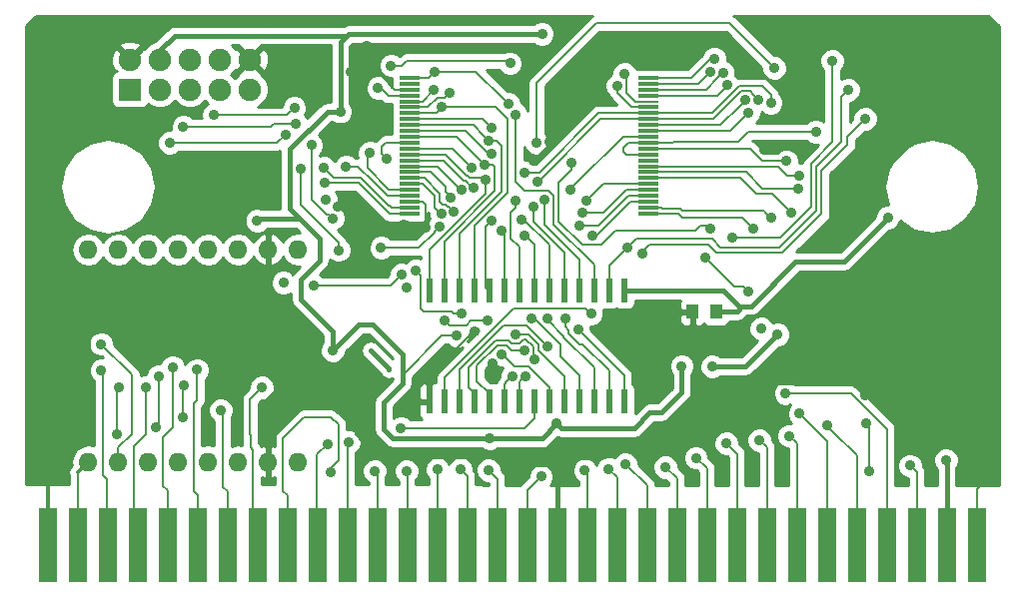
<source format=gbl>
G04 #@! TF.FileFunction,Copper,L2,Bot,Signal*
%FSLAX46Y46*%
G04 Gerber Fmt 4.6, Leading zero omitted, Abs format (unit mm)*
G04 Created by KiCad (PCBNEW (after 2015-may-25 BZR unknown)-product) date 17/09/2017 09:43:34*
%MOMM*%
G01*
G04 APERTURE LIST*
%ADD10C,0.100000*%
%ADD11R,1.000000X1.250000*%
%ADD12R,0.600000X2.000000*%
%ADD13O,1.600000X1.600000*%
%ADD14R,1.800860X0.299720*%
%ADD15R,1.800860X0.200660*%
%ADD16R,1.600200X6.299200*%
%ADD17R,1.900000X1.900000*%
%ADD18C,1.900000*%
%ADD19C,0.889000*%
%ADD20C,0.400000*%
%ADD21C,0.210000*%
%ADD22C,0.410000*%
%ADD23C,0.310000*%
%ADD24C,0.254000*%
G04 APERTURE END LIST*
D10*
D11*
X223100000Y-144230000D03*
X225100000Y-144230000D03*
D12*
X217305000Y-151830000D03*
X216035000Y-151830000D03*
X214765000Y-151830000D03*
X213495000Y-151830000D03*
X212225000Y-151830000D03*
X210955000Y-151830000D03*
X209685000Y-151830000D03*
X208415000Y-151830000D03*
X207145000Y-151830000D03*
X205875000Y-151830000D03*
X204605000Y-151830000D03*
X203335000Y-151830000D03*
X202065000Y-151830000D03*
X200795000Y-151830000D03*
X200795000Y-142430000D03*
X202065000Y-142430000D03*
X203335000Y-142430000D03*
X204605000Y-142430000D03*
X205875000Y-142430000D03*
X207145000Y-142430000D03*
X208415000Y-142430000D03*
X209685000Y-142430000D03*
X210955000Y-142430000D03*
X212225000Y-142430000D03*
X213495000Y-142430000D03*
X214765000Y-142430000D03*
X216035000Y-142430000D03*
X217305000Y-142430000D03*
D13*
X189678600Y-156950600D03*
X187138600Y-156950600D03*
X184598600Y-156950600D03*
X182058600Y-156950600D03*
X179518600Y-156950600D03*
X176978600Y-156950600D03*
X174438600Y-156950600D03*
X171898600Y-156950600D03*
X171898600Y-138950600D03*
X174438600Y-138950600D03*
X176978600Y-138950600D03*
X179518600Y-138950600D03*
X182058600Y-138950600D03*
X184598600Y-138950600D03*
X187138600Y-138950600D03*
X189678600Y-138950600D03*
D14*
X219341700Y-124390380D03*
X219336620Y-124890760D03*
X219336620Y-125391140D03*
X219336620Y-125888980D03*
D15*
X219336620Y-126389360D03*
D14*
X219336620Y-126889740D03*
X219336620Y-127390120D03*
X219336620Y-127890500D03*
X219336620Y-128390880D03*
X219336620Y-128891260D03*
X219336620Y-129389100D03*
X219336620Y-129889480D03*
X219336620Y-130389860D03*
X219336620Y-130890240D03*
X219336620Y-131390620D03*
X219336620Y-131891000D03*
X219336620Y-132388840D03*
X219336620Y-132889220D03*
X219336620Y-133389600D03*
X219336620Y-133889980D03*
X219336620Y-134390360D03*
X219336620Y-134890740D03*
X219336620Y-135391120D03*
X219336620Y-135888960D03*
X199138540Y-135888960D03*
X199138540Y-135391120D03*
X199138540Y-134890740D03*
X199138540Y-134390360D03*
X199138540Y-133889980D03*
X199138540Y-133389600D03*
X199138540Y-132889220D03*
X199138540Y-132388840D03*
X199138540Y-131891000D03*
X199138540Y-131390620D03*
X199138540Y-130890240D03*
X199138540Y-130389860D03*
X199138540Y-129889480D03*
X199138540Y-129389100D03*
X199138540Y-128891260D03*
X199138540Y-128390880D03*
X199138540Y-127890500D03*
X199138540Y-127390120D03*
X199138540Y-126889740D03*
X199138540Y-126389360D03*
X199138540Y-125888980D03*
X199138540Y-125391140D03*
X199138540Y-124890760D03*
X199138540Y-124390380D03*
D16*
X168443180Y-163981420D03*
X170983180Y-163981420D03*
X173523180Y-163981420D03*
X176063180Y-163981420D03*
X178603180Y-163981420D03*
X181143180Y-163981420D03*
X183683180Y-163981420D03*
X186223180Y-163981420D03*
X188763180Y-163981420D03*
X191303180Y-163981420D03*
X193843180Y-163981420D03*
X196383180Y-163981420D03*
X198923180Y-163981420D03*
X201463180Y-163981420D03*
X204003180Y-163981420D03*
X206543180Y-163981420D03*
X209083180Y-163981420D03*
X211623180Y-163981420D03*
X214163180Y-163981420D03*
X216703180Y-163981420D03*
X219243180Y-163981420D03*
X221783180Y-163981420D03*
X224323180Y-163981420D03*
X226863180Y-163981420D03*
X229403180Y-163981420D03*
X231943180Y-163981420D03*
X234483180Y-163981420D03*
X237023180Y-163981420D03*
X239563180Y-163981420D03*
X242103180Y-163981420D03*
X244643180Y-163981420D03*
X247183180Y-163981420D03*
D17*
X175420000Y-125370000D03*
D18*
X175420000Y-122830000D03*
X177960000Y-125370000D03*
X177960000Y-122830000D03*
X180500000Y-125370000D03*
X180500000Y-122830000D03*
X183040000Y-125370000D03*
X183040000Y-122830000D03*
X185580000Y-125370000D03*
X185580000Y-122830000D03*
D19*
X210025000Y-122725000D03*
X235100000Y-138275000D03*
X221540000Y-154990000D03*
X225310000Y-150190000D03*
X208860000Y-157470000D03*
X212020000Y-157000000D03*
X194640000Y-149150000D03*
X194150014Y-123850000D03*
X195450000Y-121690480D03*
X215647463Y-125990480D03*
X237767061Y-151292939D03*
X246370000Y-124420000D03*
X209650000Y-131450000D03*
X235550000Y-135650000D03*
X235350000Y-133050000D03*
X229160000Y-130480000D03*
X210992138Y-129777254D03*
X198649223Y-136850777D03*
X193070472Y-135306781D03*
X178000000Y-135200000D03*
X200500018Y-137080497D03*
X195800000Y-155700000D03*
X231900000Y-127300000D03*
X204599990Y-145900000D03*
X206138216Y-148593110D03*
X248400000Y-158100000D03*
X222200000Y-148820000D03*
X211610000Y-153730000D03*
X205920000Y-154990000D03*
X192630000Y-147530000D03*
X197150000Y-131250000D03*
X193250000Y-127250000D03*
X210350000Y-120650000D03*
X233550000Y-128950000D03*
X186200000Y-136500000D03*
X203111153Y-146255252D03*
X224775000Y-148875000D03*
X230320000Y-146150000D03*
X239650000Y-136250000D03*
X244575000Y-156800000D03*
X196180000Y-157730000D03*
X213400000Y-145699984D03*
X186610000Y-150660000D03*
X212300000Y-144800000D03*
X199631566Y-140699568D03*
X203500002Y-144400000D03*
X173000000Y-149200000D03*
X191000000Y-142000000D03*
X210800000Y-144800000D03*
X198437062Y-141062938D03*
X179040000Y-148910000D03*
X209500000Y-144800000D03*
X198900000Y-142200000D03*
X183120000Y-152580000D03*
X202100000Y-144959520D03*
X205700000Y-145000000D03*
X208061194Y-146158873D03*
X192440000Y-157840000D03*
X206945758Y-147835606D03*
X198400000Y-154100000D03*
X193980000Y-155260000D03*
X198870000Y-157730000D03*
X208926181Y-149700362D03*
X203430000Y-157600000D03*
X207827177Y-149696321D03*
X210266854Y-158205238D03*
X208850997Y-147547902D03*
X215980000Y-157550000D03*
X209676329Y-148273610D03*
X223400000Y-156610000D03*
X210800374Y-147199626D03*
X231290000Y-154760000D03*
X214500000Y-144400000D03*
X230990000Y-151130000D03*
X234523954Y-153886046D03*
X228780000Y-155120000D03*
X220800000Y-157400000D03*
X213980000Y-157690000D03*
X176800000Y-150610000D03*
X181110000Y-149150000D03*
X177870000Y-149670000D03*
X177610000Y-154050000D03*
X174330000Y-154610000D03*
X174470000Y-150630000D03*
X192160000Y-155460000D03*
X224950000Y-122750000D03*
X224596536Y-123890492D03*
X225691924Y-123979674D03*
X208129006Y-127522422D03*
X226067949Y-125012356D03*
X217350000Y-124050000D03*
X208600000Y-136400000D03*
X216750000Y-125050000D03*
X208100000Y-134800000D03*
X229750310Y-126498254D03*
X208900000Y-132400000D03*
X209600000Y-135300000D03*
X228710903Y-126250717D03*
X210000000Y-133200000D03*
X210558164Y-134761716D03*
X227590383Y-126282093D03*
X227850000Y-127350000D03*
X212749998Y-133850000D03*
X231050000Y-131450000D03*
X232125335Y-132648735D03*
X232050000Y-133750000D03*
X231450000Y-135850000D03*
X214118685Y-134821064D03*
X213746856Y-135855264D03*
X213550000Y-136950000D03*
X214582132Y-137732193D03*
X229750000Y-136250000D03*
X228250000Y-137150000D03*
X191890000Y-133300000D03*
X191850000Y-132010000D03*
X193740000Y-131930000D03*
X208900000Y-137760436D03*
X195750000Y-130750000D03*
X201800000Y-135900000D03*
X202886503Y-135734653D03*
X202613012Y-134527505D03*
X203499648Y-133878117D03*
X204578875Y-133670518D03*
X205525000Y-133050000D03*
X204405860Y-132013669D03*
X205504782Y-131760518D03*
X206057406Y-130810553D03*
X205855722Y-129730205D03*
X206109127Y-128660806D03*
X201826296Y-126877091D03*
X202550000Y-125650000D03*
X201188170Y-125391568D03*
X206100000Y-136500000D03*
X207650000Y-123150000D03*
X196450000Y-125250000D03*
X197550000Y-123350000D03*
X201250000Y-123850000D03*
X207500000Y-126600000D03*
X224650000Y-137150000D03*
X212850000Y-131550000D03*
X224150000Y-139650000D03*
X238050000Y-157750000D03*
X237850000Y-153650000D03*
X228950000Y-145650000D03*
X227850000Y-142550000D03*
X189350000Y-126950000D03*
X182550000Y-127550000D03*
X193100000Y-139000000D03*
X188600000Y-129200000D03*
X178800000Y-129900000D03*
X189859520Y-132100000D03*
X192600000Y-136300000D03*
X189500000Y-128300000D03*
X179950000Y-128550000D03*
X190800000Y-130100000D03*
X201490000Y-157600000D03*
X205804297Y-157652482D03*
X179950000Y-153210000D03*
X179970000Y-150510000D03*
X217410000Y-157140000D03*
X225980000Y-155400000D03*
X232190000Y-152880000D03*
X241540000Y-157280000D03*
X236300000Y-125400000D03*
X217550002Y-138807762D03*
X230050000Y-123550000D03*
X209899996Y-129900000D03*
X234950000Y-122950000D03*
X226450000Y-137909510D03*
X172990000Y-146960000D03*
X237750000Y-127850000D03*
X218850000Y-139290490D03*
X201664194Y-136990578D03*
X196700000Y-138800000D03*
X188420000Y-141765000D03*
X192000000Y-134700000D03*
X206900000Y-137340425D03*
D20*
X197380000Y-149070000D02*
X195840000Y-147530000D01*
X197380000Y-149090000D02*
X197380000Y-149070000D01*
X235100000Y-135940000D02*
X235100000Y-137646383D01*
X235290000Y-135750000D02*
X235100000Y-135940000D01*
X234471383Y-138275000D02*
X235100000Y-138275000D01*
X233455000Y-138275000D02*
X234471383Y-138275000D01*
X235100000Y-137646383D02*
X235100000Y-138275000D01*
X233030000Y-138700000D02*
X233455000Y-138275000D01*
X211623180Y-157513180D02*
X211623180Y-163981420D01*
X209210000Y-157120000D02*
X208860000Y-157470000D01*
X211230000Y-157120000D02*
X209210000Y-157120000D01*
X211575000Y-157465000D02*
X211230000Y-157120000D01*
X211623180Y-157513180D02*
X211575000Y-157465000D01*
D21*
X212020000Y-157000000D02*
X211575000Y-157445000D01*
X211575000Y-157445000D02*
X211575000Y-157465000D01*
D20*
X225310000Y-150370000D02*
X222020000Y-153660000D01*
X222020000Y-153660000D02*
X220880000Y-153660000D01*
X220880000Y-153660000D02*
X218890000Y-155650000D01*
X218890000Y-155650000D02*
X215460000Y-155650000D01*
X215460000Y-155650000D02*
X214560000Y-156550000D01*
X214560000Y-156550000D02*
X212470000Y-156550000D01*
X212470000Y-156550000D02*
X212020000Y-157000000D01*
X225310000Y-150190000D02*
X225310000Y-150370000D01*
X212020000Y-157116360D02*
X211623180Y-157513180D01*
X212020000Y-157000000D02*
X212020000Y-157116360D01*
X189620000Y-149150000D02*
X187138600Y-151631400D01*
X187138600Y-151631400D02*
X187138600Y-156950600D01*
X189710000Y-149150000D02*
X189620000Y-149150000D01*
X194640000Y-149150000D02*
X189710000Y-149150000D01*
D21*
X196550000Y-124050000D02*
X194350014Y-124050000D01*
X197891140Y-125391140D02*
X196550000Y-124050000D01*
X194350014Y-124050000D02*
X194150014Y-123850000D01*
X199138540Y-125391140D02*
X197891140Y-125391140D01*
X194150014Y-123850000D02*
X195450000Y-122550014D01*
X195450000Y-122319097D02*
X195450000Y-121690480D01*
X195450000Y-122550014D02*
X195450000Y-122319097D01*
X215647463Y-121552537D02*
X215647463Y-125361863D01*
X215647463Y-125361863D02*
X215647463Y-125990480D01*
X216650000Y-120550000D02*
X215647463Y-121552537D01*
D20*
X236664122Y-150190000D02*
X237322562Y-150848440D01*
X225310000Y-150190000D02*
X236664122Y-150190000D01*
X237322562Y-150848440D02*
X237767061Y-151292939D01*
X246370000Y-125030000D02*
X246370000Y-124420000D01*
X237950000Y-133450000D02*
X246370000Y-125030000D01*
X235290000Y-135750000D02*
X235650000Y-135750000D01*
D21*
X235290000Y-135750000D02*
X235290000Y-135661387D01*
X235301387Y-135650000D02*
X235550000Y-135650000D01*
X235290000Y-135661387D02*
X235301387Y-135650000D01*
D22*
X235900000Y-133700000D02*
X235550000Y-134050000D01*
X236150000Y-133450000D02*
X235900000Y-133700000D01*
X235550000Y-134050000D02*
X235550000Y-135650000D01*
X237950000Y-133450000D02*
X236150000Y-133450000D01*
X235900000Y-133600000D02*
X235900000Y-133700000D01*
X235900000Y-133600000D02*
X235350000Y-133050000D01*
D21*
X210992138Y-130107862D02*
X210992138Y-129777254D01*
X209650000Y-131450000D02*
X210992138Y-130107862D01*
D22*
X198800000Y-136700000D02*
X198649223Y-136850777D01*
X198900000Y-136700000D02*
X198800000Y-136700000D01*
D21*
X194463691Y-136700000D02*
X193514971Y-135751280D01*
X193514971Y-135751280D02*
X193070472Y-135306781D01*
X198900000Y-136700000D02*
X194463691Y-136700000D01*
D20*
X189710000Y-145260000D02*
X186090000Y-141640000D01*
D23*
X168443180Y-163981420D02*
X168443180Y-147066820D01*
X185990000Y-141740000D02*
X186090000Y-141640000D01*
X173770000Y-141740000D02*
X185990000Y-141740000D01*
X168443180Y-147066820D02*
X173770000Y-141740000D01*
D20*
X189710000Y-149150000D02*
X189710000Y-145260000D01*
D23*
X186090000Y-141640000D02*
X187138600Y-140591400D01*
X187138600Y-140591400D02*
X187138600Y-138950600D01*
D21*
X200248970Y-134890740D02*
X200500018Y-135141788D01*
X200270298Y-136850777D02*
X200500018Y-137080497D01*
X200500018Y-136451880D02*
X200500018Y-137080497D01*
X200500018Y-135141788D02*
X200500018Y-136451880D01*
X198649223Y-136850777D02*
X200270298Y-136850777D01*
X199138540Y-134890740D02*
X200248970Y-134890740D01*
D20*
X208860000Y-157470000D02*
X207830000Y-156440000D01*
X195355501Y-155255501D02*
X195800000Y-155700000D01*
X207830000Y-156440000D02*
X196540000Y-156440000D01*
X196540000Y-156440000D02*
X196244499Y-156144499D01*
X194640000Y-154540000D02*
X195355501Y-155255501D01*
X196244499Y-156144499D02*
X195800000Y-155700000D01*
X194640000Y-149150000D02*
X194640000Y-154540000D01*
D21*
X204155491Y-146344499D02*
X204599990Y-145900000D01*
X200795000Y-151830000D02*
X200795000Y-149704990D01*
X200795000Y-149704990D02*
X204155491Y-146344499D01*
X247183180Y-163981420D02*
X247183180Y-159316820D01*
X247183180Y-159316820D02*
X248400000Y-158100000D01*
D22*
X223625000Y-147225000D02*
X223350000Y-146950000D01*
X223625000Y-149500000D02*
X223625000Y-147225000D01*
X224315000Y-150190000D02*
X223625000Y-149500000D01*
X225310000Y-150190000D02*
X224315000Y-150190000D01*
X223100000Y-146675000D02*
X223400000Y-146975000D01*
X223100000Y-144230000D02*
X223100000Y-146675000D01*
X205920000Y-154990000D02*
X210350000Y-154990000D01*
X210350000Y-154990000D02*
X211610000Y-153730000D01*
D21*
X211610000Y-153730000D02*
X211550000Y-153670000D01*
D20*
X222200000Y-151070000D02*
X220490000Y-152780000D01*
X222200000Y-148820000D02*
X222200000Y-151070000D01*
X211970000Y-154090000D02*
X211610000Y-153730000D01*
X218180000Y-154090000D02*
X211970000Y-154090000D01*
X219490000Y-152780000D02*
X218180000Y-154090000D01*
X220490000Y-152780000D02*
X219490000Y-152780000D01*
X198520000Y-150300000D02*
X198520000Y-150230000D01*
X198520000Y-147810000D02*
X196360000Y-145650000D01*
X196360000Y-145650000D02*
X196360000Y-145640000D01*
X196360000Y-145640000D02*
X196030000Y-145310000D01*
X196030000Y-145310000D02*
X194850000Y-145310000D01*
X194850000Y-145310000D02*
X192630000Y-147530000D01*
X198520000Y-149600000D02*
X198520000Y-147810000D01*
X198520000Y-150300000D02*
X198520000Y-149600000D01*
D21*
X199138540Y-129889480D02*
X197110520Y-129889480D01*
X196750000Y-130850000D02*
X197150000Y-131250000D01*
X196750000Y-130250000D02*
X196750000Y-130850000D01*
X197110520Y-129889480D02*
X196750000Y-130250000D01*
D20*
X209721383Y-120650000D02*
X210350000Y-120650000D01*
X193250000Y-127250000D02*
X193250000Y-121350000D01*
X193800000Y-120800000D02*
X193950000Y-120650000D01*
X193250000Y-121350000D02*
X193800000Y-120800000D01*
X193950000Y-120650000D02*
X209721383Y-120650000D01*
D21*
X221410520Y-129889480D02*
X221450000Y-129850000D01*
X221450000Y-129850000D02*
X226950000Y-129850000D01*
X226950000Y-129850000D02*
X227850000Y-128950000D01*
X227850000Y-128950000D02*
X233550000Y-128950000D01*
X219336620Y-129889480D02*
X221410520Y-129889480D01*
X217490240Y-130890240D02*
X217250000Y-130650000D01*
X217250000Y-130650000D02*
X217250000Y-130350000D01*
X217250000Y-130350000D02*
X217710520Y-129889480D01*
X217710520Y-129889480D02*
X219336620Y-129889480D01*
X219336620Y-130890240D02*
X217490240Y-130890240D01*
D22*
X177960000Y-122040000D02*
X177960000Y-122830000D01*
X179200000Y-120800000D02*
X177960000Y-122040000D01*
X193800000Y-120800000D02*
X179200000Y-120800000D01*
X189800000Y-136300000D02*
X186400000Y-136300000D01*
X186400000Y-136300000D02*
X186200000Y-136500000D01*
X191500000Y-139900000D02*
X191500000Y-138000000D01*
X189900000Y-141500000D02*
X191500000Y-139900000D01*
X189900000Y-143200000D02*
X189900000Y-141500000D01*
X192630000Y-145930000D02*
X189900000Y-143200000D01*
X191500000Y-138000000D02*
X189800000Y-136300000D01*
X192630000Y-147530000D02*
X192630000Y-145930000D01*
X189000000Y-135500000D02*
X189800000Y-136300000D01*
X193250000Y-127250000D02*
X192150000Y-127250000D01*
X189000000Y-130400000D02*
X189000000Y-135500000D01*
X192150000Y-127250000D02*
X189000000Y-130400000D01*
D20*
X196900000Y-151920000D02*
X198520000Y-150300000D01*
X196900000Y-154200000D02*
X196900000Y-151920000D01*
X197690000Y-154990000D02*
X196900000Y-154200000D01*
X205920000Y-154990000D02*
X197690000Y-154990000D01*
D21*
X198520000Y-149600000D02*
X201864748Y-146255252D01*
X201864748Y-146255252D02*
X202482536Y-146255252D01*
X202482536Y-146255252D02*
X203111153Y-146255252D01*
D22*
X227595000Y-148875000D02*
X230320000Y-146150000D01*
X224775000Y-148875000D02*
X227595000Y-148875000D01*
D20*
X231850000Y-139950000D02*
X235950000Y-139950000D01*
X235950000Y-139950000D02*
X239650000Y-136250000D01*
X228050000Y-143750000D02*
X231850000Y-139950000D01*
X227050000Y-143750000D02*
X228050000Y-143750000D01*
X225730000Y-142430000D02*
X227050000Y-143750000D01*
X217305000Y-142430000D02*
X225730000Y-142430000D01*
D23*
X170983180Y-157866020D02*
X171898600Y-156950600D01*
D21*
X170983180Y-163981420D02*
X170983180Y-157866020D01*
D22*
X244643180Y-163981420D02*
X244643180Y-156868180D01*
X244643180Y-156868180D02*
X244575000Y-156800000D01*
X227050000Y-144075000D02*
X226895000Y-144230000D01*
X226895000Y-144230000D02*
X225100000Y-144230000D01*
X227050000Y-143750000D02*
X227050000Y-144075000D01*
D21*
X196383180Y-157933180D02*
X196383180Y-163981420D01*
X196180000Y-157730000D02*
X196383180Y-157933180D01*
X217305000Y-151830000D02*
X217305000Y-149604984D01*
X213844499Y-146144483D02*
X213400000Y-145699984D01*
X217305000Y-149604984D02*
X213844499Y-146144483D01*
X185870000Y-163628240D02*
X186223180Y-163981420D01*
X185870000Y-155940000D02*
X185870000Y-163628240D01*
X185630000Y-155700000D02*
X185870000Y-155940000D01*
X185630000Y-154670000D02*
X185630000Y-155700000D01*
X185620000Y-154660000D02*
X185630000Y-154670000D01*
X185620000Y-151650000D02*
X185620000Y-154660000D01*
X186610000Y-150660000D02*
X185620000Y-151650000D01*
X212300000Y-144800000D02*
X212300000Y-145500000D01*
X216035000Y-149235000D02*
X213900000Y-147100000D01*
X216035000Y-151830000D02*
X216035000Y-149235000D01*
X213800000Y-147000000D02*
X213900000Y-147100000D01*
X213500000Y-147000000D02*
X213800000Y-147000000D01*
X212600000Y-146100000D02*
X213500000Y-147000000D01*
X212600000Y-145800000D02*
X212600000Y-146100000D01*
X212300000Y-145500000D02*
X212600000Y-145800000D01*
X202671385Y-144200000D02*
X202871385Y-144400000D01*
X200076065Y-143976065D02*
X200300000Y-144200000D01*
X199631566Y-140699568D02*
X200076065Y-141144067D01*
X200076065Y-141144067D02*
X200076065Y-143976065D01*
X200300000Y-144200000D02*
X202671385Y-144200000D01*
X202871385Y-144400000D02*
X203500002Y-144400000D01*
X173470000Y-163928240D02*
X173523180Y-163981420D01*
X173470000Y-158460000D02*
X173470000Y-163928240D01*
X173130000Y-158120000D02*
X173470000Y-158460000D01*
X173130000Y-149330000D02*
X173130000Y-158120000D01*
X173000000Y-149200000D02*
X173130000Y-149330000D01*
X210800000Y-144900000D02*
X212200000Y-146300000D01*
X212200000Y-146300000D02*
X212200000Y-146400000D01*
X212200000Y-146400000D02*
X214765000Y-148965000D01*
X214765000Y-148965000D02*
X214765000Y-151830000D01*
X210800000Y-144800000D02*
X210800000Y-144900000D01*
X197500000Y-142000000D02*
X197992563Y-141507437D01*
X197992563Y-141507437D02*
X198437062Y-141062938D01*
X191000000Y-142000000D02*
X197500000Y-142000000D01*
X178603180Y-159393180D02*
X178230000Y-159020000D01*
X178230000Y-159020000D02*
X178230000Y-154870000D01*
X178230000Y-154870000D02*
X179050000Y-154050000D01*
X179050000Y-154050000D02*
X179050000Y-148920000D01*
X179050000Y-148920000D02*
X179040000Y-148910000D01*
X178603180Y-163981420D02*
X178603180Y-159393180D01*
X209500000Y-144800000D02*
X209700000Y-144800000D01*
X213495000Y-149595000D02*
X211900000Y-148000000D01*
X211900000Y-148000000D02*
X211900000Y-147000000D01*
X211900000Y-147000000D02*
X209700000Y-144800000D01*
X213495000Y-149595000D02*
X213495000Y-151830000D01*
X199100000Y-142400000D02*
X198900000Y-142200000D01*
X183683180Y-159453180D02*
X183310000Y-159080000D01*
X183310000Y-159080000D02*
X183310000Y-152770000D01*
X183310000Y-152770000D02*
X183120000Y-152580000D01*
X183683180Y-163981420D02*
X183683180Y-159453180D01*
X202100000Y-144959520D02*
X202544499Y-145404019D01*
X203912447Y-145404019D02*
X204316466Y-145000000D01*
X205071383Y-145000000D02*
X205700000Y-145000000D01*
X202544499Y-145404019D02*
X203912447Y-145404019D01*
X204316466Y-145000000D02*
X205071383Y-145000000D01*
X209164890Y-146158873D02*
X208689811Y-146158873D01*
X212225000Y-149698375D02*
X210040499Y-147513874D01*
X210040499Y-147034483D02*
X210037058Y-147031041D01*
X210037058Y-147031041D02*
X209164890Y-146158873D01*
X210040499Y-147513874D02*
X210040499Y-147034483D01*
X208689811Y-146158873D02*
X208061194Y-146158873D01*
X212225000Y-151830000D02*
X212225000Y-149698375D01*
X192440000Y-157840000D02*
X192440000Y-157500000D01*
X188763180Y-159793180D02*
X188763180Y-163981420D01*
X188400000Y-159430000D02*
X188763180Y-159793180D01*
X188400000Y-154940000D02*
X188400000Y-159430000D01*
X190160000Y-153180000D02*
X188400000Y-154940000D01*
X192460000Y-153180000D02*
X190160000Y-153180000D01*
X193080000Y-153800000D02*
X192460000Y-153180000D01*
X193080000Y-156860000D02*
X193080000Y-153800000D01*
X192440000Y-157500000D02*
X193080000Y-156860000D01*
X207390257Y-148280105D02*
X206945758Y-147835606D01*
X209237821Y-148902821D02*
X208012973Y-148902821D01*
X210955000Y-150620000D02*
X209237821Y-148902821D01*
X210955000Y-151830000D02*
X210955000Y-150620000D01*
X208012973Y-148902821D02*
X207390257Y-148280105D01*
X188390000Y-163608240D02*
X188763180Y-163981420D01*
X207790000Y-154100000D02*
X198400000Y-154100000D01*
X207790000Y-154100000D02*
X207790000Y-154100000D01*
X207790000Y-154100000D02*
X208849999Y-154100000D01*
X208849999Y-154100000D02*
X209685000Y-153264999D01*
X209685000Y-153264999D02*
X209685000Y-153040000D01*
X209685000Y-153040000D02*
X209685000Y-151830000D01*
X193843180Y-155396820D02*
X193843180Y-163981420D01*
X193980000Y-155260000D02*
X193843180Y-155396820D01*
X209685000Y-151830000D02*
X209600000Y-151745000D01*
X198923180Y-157783180D02*
X198923180Y-163981420D01*
X198870000Y-157730000D02*
X198923180Y-157783180D01*
X208415000Y-150211543D02*
X208481682Y-150144861D01*
X208481682Y-150144861D02*
X208926181Y-149700362D01*
X208415000Y-151830000D02*
X208415000Y-150211543D01*
X204003180Y-158173180D02*
X204003180Y-163981420D01*
X203430000Y-157600000D02*
X204003180Y-158173180D01*
X207145000Y-150378498D02*
X207382678Y-150140820D01*
X207145000Y-151830000D02*
X207145000Y-150378498D01*
X207382678Y-150140820D02*
X207827177Y-149696321D01*
X209083180Y-163981420D02*
X209083180Y-159388912D01*
X209083180Y-159388912D02*
X209822355Y-158649737D01*
X209822355Y-158649737D02*
X210266854Y-158205238D01*
X207310319Y-147076105D02*
X207782116Y-147547902D01*
X205875000Y-151830000D02*
X205875000Y-151130000D01*
X205875000Y-151130000D02*
X204840499Y-150095499D01*
X204840499Y-148816704D02*
X206581098Y-147076105D01*
X206581098Y-147076105D02*
X207310319Y-147076105D01*
X207782116Y-147547902D02*
X208222380Y-147547902D01*
X208222380Y-147547902D02*
X208850997Y-147547902D01*
X204840499Y-150095499D02*
X204840499Y-148816704D01*
X209617047Y-147205015D02*
X209617047Y-148214328D01*
X208764600Y-146579531D02*
X208991563Y-146579531D01*
X208991563Y-146579531D02*
X209617047Y-147205015D01*
X208425109Y-146919022D02*
X208764600Y-146579531D01*
X209617047Y-148214328D02*
X209676329Y-148273610D01*
X207747220Y-146919022D02*
X208425109Y-146919022D01*
X207484293Y-146656094D02*
X207747220Y-146919022D01*
X206407125Y-146656094D02*
X207484293Y-146656094D01*
X204095000Y-148968219D02*
X206407125Y-146656094D01*
X204095000Y-150620000D02*
X204095000Y-148968219D01*
X204605000Y-151130000D02*
X204095000Y-150620000D01*
X204605000Y-151830000D02*
X204605000Y-151130000D01*
X216703180Y-158273180D02*
X216703180Y-163981420D01*
X215980000Y-157550000D02*
X216703180Y-158273180D01*
X224323180Y-157533180D02*
X224323180Y-163981420D01*
X223400000Y-156610000D02*
X224323180Y-157533180D01*
X203335000Y-149134235D02*
X207069864Y-145399371D01*
X207069864Y-145399371D02*
X209000119Y-145399371D01*
X210355875Y-146755127D02*
X210800374Y-147199626D01*
X203335000Y-151830000D02*
X203335000Y-149134235D01*
X209000119Y-145399371D02*
X210355875Y-146755127D01*
X231943180Y-155413180D02*
X231943180Y-163981420D01*
X231290000Y-154760000D02*
X231943180Y-155413180D01*
X214055501Y-143955501D02*
X214500000Y-144400000D01*
X207919750Y-143955501D02*
X214055501Y-143955501D01*
X202065000Y-149810251D02*
X207919750Y-143955501D01*
X202065000Y-151830000D02*
X202065000Y-149810251D01*
X231618617Y-151130000D02*
X230990000Y-151130000D01*
X236530000Y-151130000D02*
X231618617Y-151130000D01*
X239563180Y-154163180D02*
X236530000Y-151130000D01*
X239563180Y-163981420D02*
X239563180Y-154163180D01*
X237023180Y-156385272D02*
X234968453Y-154330545D01*
X234968453Y-154330545D02*
X234523954Y-153886046D01*
X237023180Y-163981420D02*
X237023180Y-156385272D01*
X229403180Y-155743180D02*
X229403180Y-163981420D01*
X228780000Y-155120000D02*
X229403180Y-155743180D01*
X221783180Y-158383180D02*
X221783180Y-163981420D01*
X220800000Y-157400000D02*
X221783180Y-158383180D01*
X214163180Y-157873180D02*
X214163180Y-163981420D01*
X213980000Y-157690000D02*
X214163180Y-157873180D01*
X175730000Y-163648240D02*
X176063180Y-163981420D01*
X175730000Y-155620000D02*
X175730000Y-163648240D01*
X176740000Y-154610000D02*
X175730000Y-155620000D01*
X176740000Y-150670000D02*
X176740000Y-154610000D01*
X176800000Y-150610000D02*
X176740000Y-150670000D01*
X181143180Y-159753180D02*
X180820000Y-159430000D01*
X180820000Y-159430000D02*
X180820000Y-152010000D01*
X180820000Y-152010000D02*
X181110000Y-151720000D01*
X181110000Y-151720000D02*
X181110000Y-149150000D01*
X181143180Y-163981420D02*
X181143180Y-159753180D01*
X177870000Y-149670000D02*
X177870000Y-153790000D01*
X177870000Y-153790000D02*
X177610000Y-154050000D01*
X174330000Y-150770000D02*
X174330000Y-154610000D01*
X174470000Y-150630000D02*
X174330000Y-150770000D01*
X191290000Y-163968240D02*
X191303180Y-163981420D01*
X191290000Y-156330000D02*
X191290000Y-163968240D01*
X192160000Y-155460000D02*
X191290000Y-156330000D01*
X223011623Y-124390380D02*
X224652003Y-122750000D01*
X219341700Y-124390380D02*
X223011623Y-124390380D01*
X224652003Y-122750000D02*
X224950000Y-122750000D01*
X224152037Y-124334991D02*
X224596536Y-123890492D01*
X223596268Y-124890760D02*
X224152037Y-124334991D01*
X219336620Y-124890760D02*
X223596268Y-124890760D01*
X219336620Y-125391140D02*
X224280458Y-125391140D01*
X225247425Y-124424173D02*
X225691924Y-123979674D01*
X224280458Y-125391140D02*
X225247425Y-124424173D01*
X211317665Y-136817665D02*
X211317665Y-134397155D01*
X214765000Y-140265000D02*
X211317665Y-136817665D01*
X208129006Y-128151039D02*
X208129006Y-127522422D01*
X211317665Y-134397155D02*
X210922725Y-134002215D01*
X210922725Y-134002215D02*
X208902215Y-134002215D01*
X208902215Y-134002215D02*
X208129006Y-133229006D01*
X208129006Y-133229006D02*
X208129006Y-128151039D01*
X214765000Y-142430000D02*
X214765000Y-140265000D01*
X225191325Y-125888980D02*
X225623450Y-125456855D01*
X225623450Y-125456855D02*
X226067949Y-125012356D01*
X219336620Y-125888980D02*
X225191325Y-125888980D01*
X217509501Y-124209501D02*
X217350000Y-124050000D01*
X218226190Y-126389360D02*
X217509501Y-125672671D01*
X219336620Y-126389360D02*
X218226190Y-126389360D01*
X217509501Y-125672671D02*
X217509501Y-124209501D01*
X210955000Y-138555000D02*
X210955000Y-142430000D01*
X208800000Y-136400000D02*
X210955000Y-138555000D01*
X208600000Y-136400000D02*
X208800000Y-136400000D01*
X219336620Y-126889740D02*
X217961123Y-126889740D01*
X217961123Y-126889740D02*
X216750000Y-125678617D01*
X216750000Y-125678617D02*
X216750000Y-125050000D01*
X208100000Y-135400000D02*
X207700000Y-135800000D01*
X207700000Y-135800000D02*
X207700000Y-138000000D01*
X207700000Y-138000000D02*
X208415000Y-138715000D01*
X208415000Y-138715000D02*
X208415000Y-142430000D01*
X208100000Y-134800000D02*
X208100000Y-135400000D01*
X228983253Y-125102580D02*
X229750310Y-125869637D01*
X227051847Y-125102580D02*
X228983253Y-125102580D01*
X229750310Y-125869637D02*
X229750310Y-126498254D01*
X224764307Y-127390120D02*
X227051847Y-125102580D01*
X219336620Y-127390120D02*
X224764307Y-127390120D01*
X215109880Y-127390120D02*
X210100000Y-132400000D01*
X210100000Y-132400000D02*
X208900000Y-132400000D01*
X219336620Y-127390120D02*
X215109880Y-127390120D01*
X209600000Y-135928617D02*
X209600000Y-135300000D01*
X209600000Y-136600000D02*
X209600000Y-135928617D01*
X212225000Y-142430000D02*
X212225000Y-139225000D01*
X212225000Y-139225000D02*
X209600000Y-136600000D01*
X224857912Y-127890500D02*
X227225821Y-125522591D01*
X219336620Y-127890500D02*
X224857912Y-127890500D01*
X227225821Y-125522591D02*
X227982777Y-125522591D01*
X227982777Y-125522591D02*
X228266404Y-125806218D01*
X228266404Y-125806218D02*
X228710903Y-126250717D01*
X210444499Y-132755501D02*
X210000000Y-133200000D01*
X215309500Y-127890500D02*
X210444499Y-132755501D01*
X219336620Y-127890500D02*
X215309500Y-127890500D01*
X210558164Y-135390333D02*
X210558164Y-134761716D01*
X213495000Y-139795000D02*
X210558164Y-136858164D01*
X210558164Y-136858164D02*
X210558164Y-135390333D01*
X213495000Y-142430000D02*
X213495000Y-139795000D01*
X219336620Y-128390880D02*
X225481596Y-128390880D01*
X225481596Y-128390880D02*
X227145884Y-126726592D01*
X227145884Y-126726592D02*
X227590383Y-126282093D01*
X226308740Y-128891260D02*
X227405501Y-127794499D01*
X219336620Y-128891260D02*
X226308740Y-128891260D01*
X227405501Y-127794499D02*
X227850000Y-127350000D01*
X219336620Y-129389100D02*
X217210898Y-129389100D01*
X217210898Y-129389100D02*
X213194497Y-133405501D01*
X213194497Y-133405501D02*
X212749998Y-133850000D01*
X229050000Y-131450000D02*
X230421383Y-131450000D01*
X230421383Y-131450000D02*
X231050000Y-131450000D01*
X219336620Y-130389860D02*
X227989860Y-130389860D01*
X227989860Y-130389860D02*
X229050000Y-131450000D01*
X231124671Y-132648735D02*
X231496718Y-132648735D01*
X219336620Y-131891000D02*
X230366936Y-131891000D01*
X230366936Y-131891000D02*
X231124671Y-132648735D01*
X231496718Y-132648735D02*
X232125335Y-132648735D01*
X219336620Y-132388840D02*
X227688840Y-132388840D01*
X227688840Y-132388840D02*
X229050000Y-133750000D01*
X231421383Y-133750000D02*
X232050000Y-133750000D01*
X229050000Y-133750000D02*
X231421383Y-133750000D01*
X227189220Y-132889220D02*
X228550000Y-134250000D01*
X228550000Y-134250000D02*
X229850000Y-134250000D01*
X229850000Y-134250000D02*
X231450000Y-135850000D01*
X219336620Y-132889220D02*
X227189220Y-132889220D01*
X215550149Y-133389600D02*
X214563184Y-134376565D01*
X219336620Y-133389600D02*
X215550149Y-133389600D01*
X214563184Y-134376565D02*
X214118685Y-134821064D01*
X219336620Y-133889980D02*
X217510020Y-133889980D01*
X217510020Y-133889980D02*
X215544736Y-135855264D01*
X215544736Y-135855264D02*
X214375473Y-135855264D01*
X214375473Y-135855264D02*
X213746856Y-135855264D01*
X215098893Y-136950000D02*
X214178617Y-136950000D01*
X217658533Y-134390360D02*
X215098893Y-136950000D01*
X219336620Y-134390360D02*
X217658533Y-134390360D01*
X214178617Y-136950000D02*
X213550000Y-136950000D01*
X219336620Y-134890740D02*
X217809260Y-134890740D01*
X217809260Y-134890740D02*
X214967807Y-137732193D01*
X214967807Y-137732193D02*
X214582132Y-137732193D01*
X229150000Y-135650000D02*
X229305501Y-135805501D01*
X222243983Y-135650000D02*
X229150000Y-135650000D01*
X222062933Y-135468950D02*
X222243983Y-135650000D01*
X220533902Y-135468950D02*
X222062933Y-135468950D01*
X229305501Y-135805501D02*
X229750000Y-136250000D01*
X220489051Y-135424099D02*
X220533902Y-135468950D01*
X219369599Y-135424099D02*
X220489051Y-135424099D01*
X219336620Y-135391120D02*
X219369599Y-135424099D01*
X227350000Y-136250000D02*
X228250000Y-137150000D01*
X221888960Y-135888960D02*
X222250000Y-136250000D01*
X222250000Y-136250000D02*
X227350000Y-136250000D01*
X219336620Y-135888960D02*
X221888960Y-135888960D01*
X197398960Y-135888960D02*
X194810000Y-133300000D01*
X194810000Y-133300000D02*
X191890000Y-133300000D01*
X199138540Y-135888960D02*
X197398960Y-135888960D01*
X197611120Y-135391120D02*
X197470000Y-135250000D01*
X197470000Y-135250000D02*
X197370000Y-135250000D01*
X197370000Y-135250000D02*
X194999998Y-132879998D01*
X194999998Y-132879998D02*
X192719998Y-132879998D01*
X192719998Y-132879998D02*
X191850000Y-132010000D01*
X199138540Y-135391120D02*
X197611120Y-135391120D01*
X197230360Y-134390360D02*
X199138540Y-134390360D01*
X197140000Y-134300000D02*
X197230360Y-134390360D01*
X197140000Y-134270000D02*
X197140000Y-134300000D01*
X196110000Y-133240000D02*
X197140000Y-134270000D01*
X196070000Y-133240000D02*
X196110000Y-133240000D01*
X194760000Y-131930000D02*
X196070000Y-133240000D01*
X193740000Y-131930000D02*
X194760000Y-131930000D01*
X209685000Y-138545436D02*
X209344499Y-138204935D01*
X209344499Y-138204935D02*
X208900000Y-137760436D01*
X209685000Y-142430000D02*
X209685000Y-138545436D01*
X197389980Y-133889980D02*
X195550000Y-132050000D01*
X195550000Y-132050000D02*
X195550000Y-130950000D01*
X195550000Y-130950000D02*
X195750000Y-130750000D01*
X199138540Y-133889980D02*
X197389980Y-133889980D01*
X201355501Y-135455501D02*
X201800000Y-135900000D01*
X200248970Y-133389600D02*
X201266649Y-134407279D01*
X201266649Y-134407279D02*
X201266649Y-135366649D01*
X201266649Y-135366649D02*
X201355501Y-135455501D01*
X199138540Y-133389600D02*
X200248970Y-133389600D01*
X201686660Y-134215079D02*
X201686660Y-134862596D01*
X202442004Y-135290154D02*
X202886503Y-135734653D01*
X200360801Y-132889220D02*
X201686660Y-134215079D01*
X202314218Y-135290154D02*
X202442004Y-135290154D01*
X201686660Y-134862596D02*
X201964562Y-135140498D01*
X201964562Y-135140498D02*
X202164562Y-135140498D01*
X202164562Y-135140498D02*
X202314218Y-135290154D01*
X199138540Y-132889220D02*
X200360801Y-132889220D01*
X199138540Y-132388840D02*
X200913840Y-132388840D01*
X200913840Y-132388840D02*
X202168513Y-133643513D01*
X202168513Y-133643513D02*
X202168513Y-134083006D01*
X202168513Y-134083006D02*
X202613012Y-134527505D01*
X201512531Y-131891000D02*
X203055149Y-133433618D01*
X199138540Y-131891000D02*
X201512531Y-131891000D01*
X203055149Y-133433618D02*
X203499648Y-133878117D01*
X203731283Y-133118616D02*
X203864209Y-133118616D01*
X199138540Y-131390620D02*
X202003287Y-131390620D01*
X202003287Y-131390620D02*
X203731283Y-133118616D01*
X204416111Y-133670518D02*
X204578875Y-133670518D01*
X203864209Y-133118616D02*
X204416111Y-133670518D01*
X204239578Y-132900000D02*
X205375000Y-132900000D01*
X205525000Y-134203874D02*
X205525000Y-133678617D01*
X202158367Y-130890240D02*
X203966732Y-132698605D01*
X199138540Y-130890240D02*
X202158367Y-130890240D01*
X203966732Y-132698605D02*
X204038183Y-132698605D01*
X205525000Y-133678617D02*
X205525000Y-133050000D01*
X200795000Y-142430000D02*
X200795000Y-138933874D01*
X200795000Y-138933874D02*
X205525000Y-134203874D01*
X204038183Y-132698605D02*
X204239578Y-132900000D01*
X205375000Y-132900000D02*
X205525000Y-133050000D01*
X199138540Y-130389860D02*
X202782051Y-130389860D01*
X202782051Y-130389860D02*
X203961361Y-131569170D01*
X203961361Y-131569170D02*
X204405860Y-132013669D01*
X206133399Y-131760518D02*
X205504782Y-131760518D01*
X206334501Y-131961620D02*
X206133399Y-131760518D01*
X206334501Y-133988358D02*
X206334501Y-131961620D01*
X202065000Y-142430000D02*
X202065000Y-138257859D01*
X202065000Y-138257859D02*
X206334501Y-133988358D01*
X205060283Y-131316019D02*
X205504782Y-131760518D01*
X203133364Y-129389100D02*
X205060283Y-131316019D01*
X199138540Y-129389100D02*
X203133364Y-129389100D01*
X199138540Y-128891260D02*
X203857354Y-128891260D01*
X203857354Y-128891260D02*
X205776647Y-130810553D01*
X205776647Y-130810553D02*
X206057406Y-130810553D01*
X206900000Y-130145866D02*
X206484339Y-129730205D01*
X203335000Y-137581844D02*
X206900000Y-134016844D01*
X199138540Y-128390880D02*
X204516397Y-128390880D01*
X204516397Y-128390880D02*
X205411223Y-129285706D01*
X206484339Y-129730205D02*
X205855722Y-129730205D01*
X206900000Y-134016844D02*
X206900000Y-130145866D01*
X203335000Y-142430000D02*
X203335000Y-137581844D01*
X205411223Y-129285706D02*
X205855722Y-129730205D01*
X205664628Y-128216307D02*
X206109127Y-128660806D01*
X205338821Y-127890500D02*
X205664628Y-128216307D01*
X199138540Y-127890500D02*
X205338821Y-127890500D01*
X199138540Y-127390120D02*
X201313267Y-127390120D01*
X201381797Y-127321590D02*
X201826296Y-126877091D01*
X201313267Y-127390120D02*
X201381797Y-127321590D01*
X204605000Y-138300000D02*
X204605000Y-137995000D01*
X204605000Y-142430000D02*
X204605000Y-138300000D01*
X206377091Y-126877091D02*
X207400000Y-127900000D01*
X201826296Y-126877091D02*
X206377091Y-126877091D01*
X207400000Y-127900000D02*
X207400000Y-134110828D01*
X207400000Y-134110828D02*
X204605000Y-136905828D01*
X204605000Y-136905828D02*
X204605000Y-138300000D01*
X202105501Y-126094499D02*
X202550000Y-125650000D01*
X201481437Y-126094499D02*
X202105501Y-126094499D01*
X199138540Y-126889740D02*
X200686196Y-126889740D01*
X200686196Y-126889740D02*
X201481437Y-126094499D01*
X200248970Y-126389360D02*
X201188170Y-125450160D01*
X199138540Y-126389360D02*
X200248970Y-126389360D01*
X201188170Y-125450160D02*
X201188170Y-125391568D01*
X205600000Y-137000000D02*
X206100000Y-136500000D01*
X205600000Y-142155000D02*
X205600000Y-137000000D01*
X205875000Y-142430000D02*
X205600000Y-142155000D01*
X198450000Y-123350000D02*
X198850000Y-122950000D01*
X198850000Y-122950000D02*
X207450000Y-122950000D01*
X207450000Y-122950000D02*
X207650000Y-123150000D01*
X197311020Y-125888980D02*
X196672040Y-125250000D01*
X196672040Y-125250000D02*
X196450000Y-125250000D01*
X199138540Y-125888980D02*
X197311020Y-125888980D01*
X197550000Y-123350000D02*
X198450000Y-123350000D01*
X199138540Y-124390380D02*
X200709620Y-124390380D01*
X200709620Y-124390380D02*
X200805501Y-124294499D01*
X200805501Y-124294499D02*
X201250000Y-123850000D01*
X201350000Y-123850000D02*
X201250000Y-123850000D01*
X201250000Y-123850000D02*
X204750000Y-123850000D01*
X204750000Y-123850000D02*
X207055501Y-126155501D01*
X207055501Y-126155501D02*
X207500000Y-126600000D01*
X223350000Y-137350000D02*
X223750000Y-136950000D01*
X223750000Y-136950000D02*
X224450000Y-136950000D01*
X224450000Y-136950000D02*
X224650000Y-137150000D01*
X212850000Y-131550000D02*
X212850000Y-132150000D01*
X216550000Y-137350000D02*
X222150000Y-137350000D01*
X215350000Y-138550000D02*
X216550000Y-137350000D01*
X213750000Y-138550000D02*
X215350000Y-138550000D01*
X211750000Y-136550000D02*
X213750000Y-138550000D01*
X211750000Y-133250000D02*
X211750000Y-136550000D01*
X212850000Y-132150000D02*
X211750000Y-133250000D01*
X222150000Y-137350000D02*
X223350000Y-137350000D01*
X238050000Y-157750000D02*
X238050000Y-153850000D01*
X238050000Y-153850000D02*
X237850000Y-153650000D01*
X228950000Y-145350000D02*
X228950000Y-145650000D01*
X227405501Y-142105501D02*
X227850000Y-142550000D01*
X227950000Y-142550000D02*
X227850000Y-142550000D01*
X226605501Y-142105501D02*
X227405501Y-142105501D01*
X224150000Y-139650000D02*
X226605501Y-142105501D01*
X189350000Y-126950000D02*
X188750000Y-127550000D01*
X188750000Y-127550000D02*
X182550000Y-127550000D01*
X187900000Y-129900000D02*
X188600000Y-129200000D01*
X178800000Y-129900000D02*
X184900000Y-129900000D01*
X184900000Y-129900000D02*
X187900000Y-129900000D01*
X189859520Y-135130903D02*
X189859520Y-132728617D01*
X193100000Y-139000000D02*
X193100000Y-138371383D01*
X193100000Y-138371383D02*
X189859520Y-135130903D01*
X189859520Y-132728617D02*
X189859520Y-132100000D01*
X192100000Y-136000000D02*
X192300000Y-136000000D01*
X192200000Y-136000000D02*
X192100000Y-136000000D01*
X192300000Y-136000000D02*
X192600000Y-136300000D01*
X187350000Y-128550000D02*
X187600000Y-128300000D01*
X187600000Y-128300000D02*
X189500000Y-128300000D01*
X184750000Y-128550000D02*
X179950000Y-128550000D01*
X184750000Y-128550000D02*
X187350000Y-128550000D01*
X190800000Y-132100000D02*
X190800000Y-130100000D01*
X190800000Y-134700000D02*
X190800000Y-132100000D01*
X192100000Y-136000000D02*
X190800000Y-134700000D01*
X201463180Y-157626820D02*
X201463180Y-163981420D01*
X201490000Y-157600000D02*
X201463180Y-157626820D01*
X206248796Y-158096981D02*
X205804297Y-157652482D01*
X206543180Y-158391365D02*
X206248796Y-158096981D01*
X206543180Y-163981420D02*
X206543180Y-158391365D01*
X179950000Y-150530000D02*
X179950000Y-153210000D01*
X179970000Y-150510000D02*
X179950000Y-150530000D01*
X219243180Y-158973180D02*
X219243180Y-163981420D01*
X217410000Y-157140000D02*
X219243180Y-158973180D01*
X226863180Y-156283180D02*
X226863180Y-163981420D01*
X225980000Y-155400000D02*
X226863180Y-156283180D01*
X232190000Y-152880000D02*
X234483180Y-155173180D01*
X234483180Y-155173180D02*
X234483180Y-163981420D01*
X241540000Y-157280000D02*
X242103180Y-157843180D01*
X242103180Y-157843180D02*
X242103180Y-163981420D01*
X217550002Y-138807762D02*
X218307764Y-138050000D01*
X225450000Y-138750000D02*
X230450000Y-138750000D01*
X230450000Y-138750000D02*
X233570002Y-135629998D01*
X218307764Y-138050000D02*
X224750000Y-138050000D01*
X224750000Y-138050000D02*
X225450000Y-138750000D01*
X233570002Y-135629998D02*
X233570002Y-131929998D01*
X233570002Y-131929998D02*
X235725000Y-129775000D01*
X235725000Y-129775000D02*
X235725000Y-125975000D01*
X235855501Y-125844499D02*
X236300000Y-125400000D01*
X235725000Y-125975000D02*
X235855501Y-125844499D01*
X216035000Y-140322764D02*
X217550002Y-138807762D01*
X216035000Y-142430000D02*
X216035000Y-140322764D01*
X209899996Y-124800004D02*
X209899996Y-129271383D01*
X209899996Y-129271383D02*
X209899996Y-129900000D01*
X230050000Y-123550000D02*
X226250000Y-119750000D01*
X226250000Y-119750000D02*
X214950000Y-119750000D01*
X214950000Y-119750000D02*
X209899996Y-124800004D01*
X227309510Y-137909510D02*
X227350000Y-137950000D01*
X227350000Y-137950000D02*
X230550000Y-137950000D01*
X230550000Y-137950000D02*
X233150000Y-135350000D01*
X233150000Y-135350000D02*
X233150000Y-131650000D01*
X233150000Y-131650000D02*
X234950000Y-129850000D01*
X234950000Y-129850000D02*
X234950000Y-122950000D01*
X226450000Y-137909510D02*
X227309510Y-137909510D01*
X174438600Y-155751400D02*
X175590000Y-154600000D01*
X175590000Y-154600000D02*
X175590000Y-149560000D01*
X175590000Y-149560000D02*
X172990000Y-146960000D01*
X174438600Y-156950600D02*
X174438600Y-155751400D01*
X218850000Y-139150000D02*
X219450000Y-138550000D01*
X219450000Y-138550000D02*
X224450000Y-138550000D01*
X224450000Y-138550000D02*
X225150000Y-139250000D01*
X225150000Y-139250000D02*
X230750000Y-139250000D01*
X230750000Y-139250000D02*
X234050000Y-135950000D01*
X234050000Y-135950000D02*
X234050000Y-132250000D01*
X234050000Y-132250000D02*
X236250000Y-130050000D01*
X236250000Y-130050000D02*
X236250000Y-129350000D01*
X236250000Y-129350000D02*
X237750000Y-127850000D01*
X218850000Y-139290490D02*
X218850000Y-139150000D01*
X201219695Y-137504367D02*
X199924062Y-138800000D01*
X201664194Y-136990578D02*
X201219695Y-137435077D01*
X199924062Y-138800000D02*
X197328617Y-138800000D01*
X201219695Y-137435077D02*
X201219695Y-137504367D01*
X197328617Y-138800000D02*
X196700000Y-138800000D01*
X188400000Y-141785000D02*
X188420000Y-141765000D01*
X188400000Y-141700000D02*
X188400000Y-141785000D01*
X207145000Y-142430000D02*
X207145000Y-137585425D01*
X207145000Y-137585425D02*
X206900000Y-137340425D01*
D24*
G36*
X192415000Y-126410000D02*
X192150005Y-126410000D01*
X192150000Y-126409999D01*
X191828546Y-126473941D01*
X191556030Y-126656030D01*
X191556027Y-126656033D01*
X190446991Y-127765069D01*
X190415689Y-127689311D01*
X190271749Y-127545120D01*
X190429313Y-127165668D01*
X190429687Y-126736216D01*
X190265689Y-126339311D01*
X189962286Y-126035378D01*
X189565668Y-125870687D01*
X189136216Y-125870313D01*
X188739311Y-126034311D01*
X188435378Y-126337714D01*
X188270687Y-126734332D01*
X188270621Y-126810000D01*
X187176188Y-126810000D01*
X187176188Y-123082602D01*
X187151352Y-122452539D01*
X186958019Y-121985792D01*
X186696350Y-121893255D01*
X185759605Y-122830000D01*
X186696350Y-123766745D01*
X186958019Y-123674208D01*
X187176188Y-123082602D01*
X187176188Y-126810000D01*
X186245484Y-126810000D01*
X186476657Y-126714481D01*
X186922914Y-126269003D01*
X187164724Y-125686659D01*
X187165275Y-125056107D01*
X186924481Y-124473343D01*
X186485789Y-124033884D01*
X186516745Y-123946350D01*
X185580000Y-123009605D01*
X184643255Y-123946350D01*
X184674407Y-124034439D01*
X184309739Y-124398470D01*
X184011529Y-124099739D01*
X184376115Y-123735789D01*
X184463650Y-123766745D01*
X185400395Y-122830000D01*
X184463650Y-121893255D01*
X184375560Y-121924407D01*
X184091650Y-121640000D01*
X184669300Y-121640000D01*
X184643255Y-121713650D01*
X185580000Y-122650395D01*
X186516745Y-121713650D01*
X186490699Y-121640000D01*
X192415000Y-121640000D01*
X192415000Y-126410000D01*
X192415000Y-126410000D01*
G37*
X192415000Y-126410000D02*
X192150005Y-126410000D01*
X192150000Y-126409999D01*
X191828546Y-126473941D01*
X191556030Y-126656030D01*
X191556027Y-126656033D01*
X190446991Y-127765069D01*
X190415689Y-127689311D01*
X190271749Y-127545120D01*
X190429313Y-127165668D01*
X190429687Y-126736216D01*
X190265689Y-126339311D01*
X189962286Y-126035378D01*
X189565668Y-125870687D01*
X189136216Y-125870313D01*
X188739311Y-126034311D01*
X188435378Y-126337714D01*
X188270687Y-126734332D01*
X188270621Y-126810000D01*
X187176188Y-126810000D01*
X187176188Y-123082602D01*
X187151352Y-122452539D01*
X186958019Y-121985792D01*
X186696350Y-121893255D01*
X185759605Y-122830000D01*
X186696350Y-123766745D01*
X186958019Y-123674208D01*
X187176188Y-123082602D01*
X187176188Y-126810000D01*
X186245484Y-126810000D01*
X186476657Y-126714481D01*
X186922914Y-126269003D01*
X187164724Y-125686659D01*
X187165275Y-125056107D01*
X186924481Y-124473343D01*
X186485789Y-124033884D01*
X186516745Y-123946350D01*
X185580000Y-123009605D01*
X184643255Y-123946350D01*
X184674407Y-124034439D01*
X184309739Y-124398470D01*
X184011529Y-124099739D01*
X184376115Y-123735789D01*
X184463650Y-123766745D01*
X185400395Y-122830000D01*
X184463650Y-121893255D01*
X184375560Y-121924407D01*
X184091650Y-121640000D01*
X184669300Y-121640000D01*
X184643255Y-121713650D01*
X185580000Y-122650395D01*
X186516745Y-121713650D01*
X186490699Y-121640000D01*
X192415000Y-121640000D01*
X192415000Y-126410000D01*
G36*
X200806234Y-136321728D02*
X200749572Y-136378292D01*
X200584881Y-136774910D01*
X200584616Y-137079168D01*
X200556907Y-137120636D01*
X199617543Y-138060000D01*
X197486603Y-138060000D01*
X197312286Y-137885378D01*
X196915668Y-137720687D01*
X196486216Y-137720313D01*
X196089311Y-137884311D01*
X195785378Y-138187714D01*
X195620687Y-138584332D01*
X195620313Y-139013784D01*
X195784311Y-139410689D01*
X196087714Y-139714622D01*
X196484332Y-139879313D01*
X196913784Y-139879687D01*
X197310689Y-139715689D01*
X197486684Y-139540000D01*
X199924062Y-139540000D01*
X200055000Y-139513954D01*
X200055000Y-139706527D01*
X199847234Y-139620255D01*
X199417782Y-139619881D01*
X199020877Y-139783879D01*
X198771413Y-140032907D01*
X198652730Y-139983625D01*
X198223278Y-139983251D01*
X197826373Y-140147249D01*
X197522440Y-140450652D01*
X197357749Y-140847270D01*
X197357532Y-141095949D01*
X197193482Y-141260000D01*
X191786603Y-141260000D01*
X191612286Y-141085378D01*
X191534755Y-141053184D01*
X192093966Y-140493972D01*
X192093970Y-140493970D01*
X192093970Y-140493969D01*
X192276059Y-140221454D01*
X192340000Y-139900000D01*
X192340001Y-139900000D01*
X192340000Y-139899994D01*
X192340000Y-139766649D01*
X192487714Y-139914622D01*
X192884332Y-140079313D01*
X193313784Y-140079687D01*
X193710689Y-139915689D01*
X194014622Y-139612286D01*
X194179313Y-139215668D01*
X194179687Y-138786216D01*
X194015689Y-138389311D01*
X193800734Y-138173980D01*
X193783671Y-138088198D01*
X193783671Y-138088197D01*
X193623259Y-137848124D01*
X193055108Y-137279973D01*
X193210689Y-137215689D01*
X193514622Y-136912286D01*
X193679313Y-136515668D01*
X193679687Y-136086216D01*
X193515689Y-135689311D01*
X193212286Y-135385378D01*
X192932511Y-135269204D01*
X193079313Y-134915668D01*
X193079687Y-134486216D01*
X192915689Y-134089311D01*
X192866463Y-134040000D01*
X194503482Y-134040000D01*
X196875701Y-136412219D01*
X197115774Y-136572631D01*
X197398960Y-136628960D01*
X197977748Y-136628960D01*
X197988470Y-136636197D01*
X198238110Y-136686260D01*
X200038970Y-136686260D01*
X200281093Y-136639283D01*
X200493897Y-136499493D01*
X200636347Y-136288460D01*
X200686410Y-136038820D01*
X200686410Y-135804631D01*
X200720537Y-135855707D01*
X200720313Y-136113784D01*
X200806234Y-136321728D01*
X200806234Y-136321728D01*
G37*
X200806234Y-136321728D02*
X200749572Y-136378292D01*
X200584881Y-136774910D01*
X200584616Y-137079168D01*
X200556907Y-137120636D01*
X199617543Y-138060000D01*
X197486603Y-138060000D01*
X197312286Y-137885378D01*
X196915668Y-137720687D01*
X196486216Y-137720313D01*
X196089311Y-137884311D01*
X195785378Y-138187714D01*
X195620687Y-138584332D01*
X195620313Y-139013784D01*
X195784311Y-139410689D01*
X196087714Y-139714622D01*
X196484332Y-139879313D01*
X196913784Y-139879687D01*
X197310689Y-139715689D01*
X197486684Y-139540000D01*
X199924062Y-139540000D01*
X200055000Y-139513954D01*
X200055000Y-139706527D01*
X199847234Y-139620255D01*
X199417782Y-139619881D01*
X199020877Y-139783879D01*
X198771413Y-140032907D01*
X198652730Y-139983625D01*
X198223278Y-139983251D01*
X197826373Y-140147249D01*
X197522440Y-140450652D01*
X197357749Y-140847270D01*
X197357532Y-141095949D01*
X197193482Y-141260000D01*
X191786603Y-141260000D01*
X191612286Y-141085378D01*
X191534755Y-141053184D01*
X192093966Y-140493972D01*
X192093970Y-140493970D01*
X192093970Y-140493969D01*
X192276059Y-140221454D01*
X192340000Y-139900000D01*
X192340001Y-139900000D01*
X192340000Y-139899994D01*
X192340000Y-139766649D01*
X192487714Y-139914622D01*
X192884332Y-140079313D01*
X193313784Y-140079687D01*
X193710689Y-139915689D01*
X194014622Y-139612286D01*
X194179313Y-139215668D01*
X194179687Y-138786216D01*
X194015689Y-138389311D01*
X193800734Y-138173980D01*
X193783671Y-138088198D01*
X193783671Y-138088197D01*
X193623259Y-137848124D01*
X193055108Y-137279973D01*
X193210689Y-137215689D01*
X193514622Y-136912286D01*
X193679313Y-136515668D01*
X193679687Y-136086216D01*
X193515689Y-135689311D01*
X193212286Y-135385378D01*
X192932511Y-135269204D01*
X193079313Y-134915668D01*
X193079687Y-134486216D01*
X192915689Y-134089311D01*
X192866463Y-134040000D01*
X194503482Y-134040000D01*
X196875701Y-136412219D01*
X197115774Y-136572631D01*
X197398960Y-136628960D01*
X197977748Y-136628960D01*
X197988470Y-136636197D01*
X198238110Y-136686260D01*
X200038970Y-136686260D01*
X200281093Y-136639283D01*
X200493897Y-136499493D01*
X200636347Y-136288460D01*
X200686410Y-136038820D01*
X200686410Y-135804631D01*
X200720537Y-135855707D01*
X200720313Y-136113784D01*
X200806234Y-136321728D01*
G36*
X203612692Y-147216040D02*
X201541741Y-149286992D01*
X201381329Y-149527065D01*
X201325000Y-149810251D01*
X201325000Y-150237949D01*
X201221310Y-150195000D01*
X201080750Y-150195000D01*
X200922000Y-150353750D01*
X200922000Y-151703000D01*
X200942000Y-151703000D01*
X200942000Y-151957000D01*
X200922000Y-151957000D01*
X200922000Y-151977000D01*
X200668000Y-151977000D01*
X200668000Y-151957000D01*
X200668000Y-151703000D01*
X200668000Y-150353750D01*
X200509250Y-150195000D01*
X200368690Y-150195000D01*
X200135301Y-150291673D01*
X199956673Y-150470302D01*
X199860000Y-150703691D01*
X199860000Y-151544250D01*
X200018750Y-151703000D01*
X200668000Y-151703000D01*
X200668000Y-151957000D01*
X200018750Y-151957000D01*
X199860000Y-152115750D01*
X199860000Y-152956309D01*
X199956673Y-153189698D01*
X200126974Y-153360000D01*
X199186603Y-153360000D01*
X199012286Y-153185378D01*
X198615668Y-153020687D01*
X198186216Y-153020313D01*
X197789311Y-153184311D01*
X197735000Y-153238527D01*
X197735000Y-152265868D01*
X199110434Y-150890434D01*
X199291439Y-150619541D01*
X199291439Y-150619540D01*
X199355000Y-150300000D01*
X199355000Y-150230000D01*
X199355000Y-149811518D01*
X202171266Y-146995252D01*
X202324549Y-146995252D01*
X202498867Y-147169874D01*
X202895485Y-147334565D01*
X203324937Y-147334939D01*
X203612692Y-147216040D01*
X203612692Y-147216040D01*
G37*
X203612692Y-147216040D02*
X201541741Y-149286992D01*
X201381329Y-149527065D01*
X201325000Y-149810251D01*
X201325000Y-150237949D01*
X201221310Y-150195000D01*
X201080750Y-150195000D01*
X200922000Y-150353750D01*
X200922000Y-151703000D01*
X200942000Y-151703000D01*
X200942000Y-151957000D01*
X200922000Y-151957000D01*
X200922000Y-151977000D01*
X200668000Y-151977000D01*
X200668000Y-151957000D01*
X200668000Y-151703000D01*
X200668000Y-150353750D01*
X200509250Y-150195000D01*
X200368690Y-150195000D01*
X200135301Y-150291673D01*
X199956673Y-150470302D01*
X199860000Y-150703691D01*
X199860000Y-151544250D01*
X200018750Y-151703000D01*
X200668000Y-151703000D01*
X200668000Y-151957000D01*
X200018750Y-151957000D01*
X199860000Y-152115750D01*
X199860000Y-152956309D01*
X199956673Y-153189698D01*
X200126974Y-153360000D01*
X199186603Y-153360000D01*
X199012286Y-153185378D01*
X198615668Y-153020687D01*
X198186216Y-153020313D01*
X197789311Y-153184311D01*
X197735000Y-153238527D01*
X197735000Y-152265868D01*
X199110434Y-150890434D01*
X199291439Y-150619541D01*
X199291439Y-150619540D01*
X199355000Y-150300000D01*
X199355000Y-150230000D01*
X199355000Y-149811518D01*
X202171266Y-146995252D01*
X202324549Y-146995252D01*
X202498867Y-147169874D01*
X202895485Y-147334565D01*
X203324937Y-147334939D01*
X203612692Y-147216040D01*
G36*
X205000988Y-145827744D02*
X204071633Y-146757099D01*
X204190466Y-146470920D01*
X204190798Y-146088651D01*
X204195633Y-146087690D01*
X204435706Y-145927278D01*
X204622984Y-145740000D01*
X204913396Y-145740000D01*
X205000988Y-145827744D01*
X205000988Y-145827744D01*
G37*
X205000988Y-145827744D02*
X204071633Y-146757099D01*
X204190466Y-146470920D01*
X204190798Y-146088651D01*
X204195633Y-146087690D01*
X204435706Y-145927278D01*
X204622984Y-145740000D01*
X204913396Y-145740000D01*
X205000988Y-145827744D01*
G36*
X207030214Y-148966580D02*
X206912555Y-149084035D01*
X206747864Y-149480653D01*
X206747647Y-149729332D01*
X206621741Y-149855239D01*
X206461329Y-150095312D01*
X206432906Y-150238202D01*
X206424640Y-150232623D01*
X206175000Y-150182560D01*
X205974078Y-150182560D01*
X205580499Y-149788981D01*
X205580499Y-149123222D01*
X206143648Y-148560072D01*
X206333472Y-148750228D01*
X206730090Y-148914919D01*
X206978769Y-148915135D01*
X207030214Y-148966580D01*
X207030214Y-148966580D01*
G37*
X207030214Y-148966580D02*
X206912555Y-149084035D01*
X206747864Y-149480653D01*
X206747647Y-149729332D01*
X206621741Y-149855239D01*
X206461329Y-150095312D01*
X206432906Y-150238202D01*
X206424640Y-150232623D01*
X206175000Y-150182560D01*
X205974078Y-150182560D01*
X205580499Y-149788981D01*
X205580499Y-149123222D01*
X206143648Y-148560072D01*
X206333472Y-148750228D01*
X206730090Y-148914919D01*
X206978769Y-148915135D01*
X207030214Y-148966580D01*
G36*
X233723829Y-130029652D02*
X232626741Y-131126741D01*
X232466329Y-131366814D01*
X232419540Y-131602033D01*
X232341003Y-131569422D01*
X232129396Y-131569237D01*
X232129687Y-131236216D01*
X231965689Y-130839311D01*
X231662286Y-130535378D01*
X231265668Y-130370687D01*
X230836216Y-130370313D01*
X230439311Y-130534311D01*
X230263315Y-130710000D01*
X229356518Y-130710000D01*
X228513119Y-129866601D01*
X228273046Y-129706189D01*
X228191658Y-129690000D01*
X232763396Y-129690000D01*
X232937714Y-129864622D01*
X233334332Y-130029313D01*
X233723829Y-130029652D01*
X233723829Y-130029652D01*
G37*
X233723829Y-130029652D02*
X232626741Y-131126741D01*
X232466329Y-131366814D01*
X232419540Y-131602033D01*
X232341003Y-131569422D01*
X232129396Y-131569237D01*
X232129687Y-131236216D01*
X231965689Y-130839311D01*
X231662286Y-130535378D01*
X231265668Y-130370687D01*
X230836216Y-130370313D01*
X230439311Y-130534311D01*
X230263315Y-130710000D01*
X229356518Y-130710000D01*
X228513119Y-129866601D01*
X228273046Y-129706189D01*
X228191658Y-129690000D01*
X232763396Y-129690000D01*
X232937714Y-129864622D01*
X233334332Y-130029313D01*
X233723829Y-130029652D01*
G36*
X249040000Y-158932684D02*
X245483180Y-158929657D01*
X245483180Y-157418716D01*
X245489622Y-157412286D01*
X245654313Y-157015668D01*
X245654687Y-156586216D01*
X245490689Y-156189311D01*
X245187286Y-155885378D01*
X244790668Y-155720687D01*
X244361216Y-155720313D01*
X243964311Y-155884311D01*
X243660378Y-156187714D01*
X243495687Y-156584332D01*
X243495313Y-157013784D01*
X243659311Y-157410689D01*
X243803180Y-157554809D01*
X243803180Y-158928228D01*
X242843180Y-158927411D01*
X242843180Y-157843180D01*
X242786851Y-157559994D01*
X242626439Y-157319921D01*
X242619472Y-157312954D01*
X242619687Y-157066216D01*
X242455689Y-156669311D01*
X242152286Y-156365378D01*
X241755668Y-156200687D01*
X241326216Y-156200313D01*
X240929311Y-156364311D01*
X240625378Y-156667714D01*
X240460687Y-157064332D01*
X240460313Y-157493784D01*
X240624311Y-157890689D01*
X240927714Y-158194622D01*
X241324332Y-158359313D01*
X241363180Y-158359346D01*
X241363180Y-158926152D01*
X240303180Y-158925250D01*
X240303180Y-154163180D01*
X240246851Y-153879994D01*
X240086439Y-153639921D01*
X237053259Y-150606741D01*
X236813186Y-150446329D01*
X236530000Y-150390000D01*
X231776603Y-150390000D01*
X231602286Y-150215378D01*
X231399687Y-150131251D01*
X231399687Y-145936216D01*
X231235689Y-145539311D01*
X230932286Y-145235378D01*
X230535668Y-145070687D01*
X230106216Y-145070313D01*
X229911706Y-145150682D01*
X229865689Y-145039311D01*
X229562286Y-144735378D01*
X229165668Y-144570687D01*
X228736216Y-144570313D01*
X228339311Y-144734311D01*
X228035378Y-145037714D01*
X227870687Y-145434332D01*
X227870313Y-145863784D01*
X228034311Y-146260689D01*
X228337714Y-146564622D01*
X228606024Y-146676035D01*
X227247060Y-148035000D01*
X225461777Y-148035000D01*
X225387286Y-147960378D01*
X224990668Y-147795687D01*
X224561216Y-147795313D01*
X224164311Y-147959311D01*
X223860378Y-148262714D01*
X223695687Y-148659332D01*
X223695313Y-149088784D01*
X223859311Y-149485689D01*
X224162714Y-149789622D01*
X224559332Y-149954313D01*
X224988784Y-149954687D01*
X225385689Y-149790689D01*
X225461510Y-149715000D01*
X227595000Y-149715000D01*
X227916454Y-149651059D01*
X228188970Y-149468970D01*
X230428344Y-147229595D01*
X230533784Y-147229687D01*
X230930689Y-147065689D01*
X231234622Y-146762286D01*
X231399313Y-146365668D01*
X231399687Y-145936216D01*
X231399687Y-150131251D01*
X231205668Y-150050687D01*
X230776216Y-150050313D01*
X230379311Y-150214311D01*
X230075378Y-150517714D01*
X229910687Y-150914332D01*
X229910313Y-151343784D01*
X230074311Y-151740689D01*
X230377714Y-152044622D01*
X230774332Y-152209313D01*
X231203784Y-152209687D01*
X231425120Y-152118232D01*
X231275378Y-152267714D01*
X231110687Y-152664332D01*
X231110313Y-153093784D01*
X231274311Y-153490689D01*
X231463941Y-153680650D01*
X231076216Y-153680313D01*
X230679311Y-153844311D01*
X230375378Y-154147714D01*
X230210687Y-154544332D01*
X230210313Y-154973784D01*
X230374311Y-155370689D01*
X230677714Y-155674622D01*
X231074332Y-155839313D01*
X231203180Y-155839425D01*
X231203180Y-158917507D01*
X230143180Y-158916605D01*
X230143180Y-155743180D01*
X230086851Y-155459995D01*
X230086851Y-155459994D01*
X229926439Y-155219921D01*
X229859472Y-155152954D01*
X229859687Y-154906216D01*
X229695689Y-154509311D01*
X229392286Y-154205378D01*
X228995668Y-154040687D01*
X228566216Y-154040313D01*
X228169311Y-154204311D01*
X227865378Y-154507714D01*
X227700687Y-154904332D01*
X227700313Y-155333784D01*
X227864311Y-155730689D01*
X228167714Y-156034622D01*
X228564332Y-156199313D01*
X228663180Y-156199399D01*
X228663180Y-158915346D01*
X227603180Y-158914444D01*
X227603180Y-156283180D01*
X227546851Y-155999994D01*
X227386439Y-155759921D01*
X227059472Y-155432954D01*
X227059687Y-155186216D01*
X226895689Y-154789311D01*
X226592286Y-154485378D01*
X226195668Y-154320687D01*
X225766216Y-154320313D01*
X225369311Y-154484311D01*
X225065378Y-154787714D01*
X224900687Y-155184332D01*
X224900313Y-155613784D01*
X225064311Y-156010689D01*
X225367714Y-156314622D01*
X225764332Y-156479313D01*
X226013011Y-156479529D01*
X226123180Y-156589698D01*
X226123180Y-158913185D01*
X225063180Y-158912283D01*
X225063180Y-157533180D01*
X225006851Y-157249995D01*
X225006851Y-157249994D01*
X224846439Y-157009921D01*
X224479472Y-156642954D01*
X224479687Y-156396216D01*
X224315689Y-155999311D01*
X224012286Y-155695378D01*
X223615668Y-155530687D01*
X223186216Y-155530313D01*
X222789311Y-155694311D01*
X222485378Y-155997714D01*
X222320687Y-156394332D01*
X222320313Y-156823784D01*
X222484311Y-157220689D01*
X222787714Y-157524622D01*
X223184332Y-157689313D01*
X223433011Y-157689529D01*
X223583180Y-157839698D01*
X223583180Y-158911024D01*
X222523180Y-158910122D01*
X222523180Y-158383180D01*
X222466851Y-158099994D01*
X222306439Y-157859921D01*
X221879472Y-157432954D01*
X221879687Y-157186216D01*
X221715689Y-156789311D01*
X221412286Y-156485378D01*
X221015668Y-156320687D01*
X220586216Y-156320313D01*
X220189311Y-156484311D01*
X219885378Y-156787714D01*
X219720687Y-157184332D01*
X219720313Y-157613784D01*
X219884311Y-158010689D01*
X220187714Y-158314622D01*
X220584332Y-158479313D01*
X220833011Y-158479529D01*
X221043180Y-158689698D01*
X221043180Y-158908863D01*
X219970205Y-158907950D01*
X219926851Y-158689994D01*
X219766439Y-158449921D01*
X218489472Y-157172954D01*
X218489687Y-156926216D01*
X218325689Y-156529311D01*
X218022286Y-156225378D01*
X217625668Y-156060687D01*
X217196216Y-156060313D01*
X216799311Y-156224311D01*
X216495378Y-156527714D01*
X216471498Y-156585222D01*
X216195668Y-156470687D01*
X215766216Y-156470313D01*
X215369311Y-156634311D01*
X215065378Y-156937714D01*
X214950998Y-157213169D01*
X214895689Y-157079311D01*
X214592286Y-156775378D01*
X214195668Y-156610687D01*
X213766216Y-156610313D01*
X213369311Y-156774311D01*
X213065378Y-157077714D01*
X212900687Y-157474332D01*
X212900313Y-157903784D01*
X213064311Y-158300689D01*
X213367714Y-158604622D01*
X213423180Y-158627653D01*
X213423180Y-158902379D01*
X211098453Y-158900401D01*
X211181476Y-158817524D01*
X211346167Y-158420906D01*
X211346541Y-157991454D01*
X211182543Y-157594549D01*
X210879140Y-157290616D01*
X210482522Y-157125925D01*
X210053070Y-157125551D01*
X209656165Y-157289549D01*
X209352232Y-157592952D01*
X209187541Y-157989570D01*
X209187324Y-158238249D01*
X208559921Y-158865653D01*
X208538158Y-158898223D01*
X207283180Y-158897155D01*
X207283180Y-158391365D01*
X207226851Y-158108179D01*
X207066439Y-157868106D01*
X206883769Y-157685436D01*
X206883984Y-157438698D01*
X206719986Y-157041793D01*
X206416583Y-156737860D01*
X206019965Y-156573169D01*
X205590513Y-156572795D01*
X205193608Y-156736793D01*
X204889675Y-157040196D01*
X204724984Y-157436814D01*
X204724610Y-157866266D01*
X204888608Y-158263171D01*
X205192011Y-158567104D01*
X205588629Y-158731795D01*
X205803180Y-158731981D01*
X205803180Y-158895896D01*
X204743180Y-158894994D01*
X204743180Y-158173180D01*
X204686851Y-157889994D01*
X204526439Y-157649921D01*
X204509472Y-157632954D01*
X204509687Y-157386216D01*
X204345689Y-156989311D01*
X204042286Y-156685378D01*
X203645668Y-156520687D01*
X203216216Y-156520313D01*
X202819311Y-156684311D01*
X202515378Y-156987714D01*
X202460067Y-157120916D01*
X202405689Y-156989311D01*
X202102286Y-156685378D01*
X201705668Y-156520687D01*
X201276216Y-156520313D01*
X200879311Y-156684311D01*
X200575378Y-156987714D01*
X200410687Y-157384332D01*
X200410313Y-157813784D01*
X200574311Y-158210689D01*
X200723180Y-158359818D01*
X200723180Y-158891574D01*
X199663180Y-158890672D01*
X199663180Y-158463516D01*
X199784622Y-158342286D01*
X199949313Y-157945668D01*
X199949687Y-157516216D01*
X199785689Y-157119311D01*
X199482286Y-156815378D01*
X199085668Y-156650687D01*
X198656216Y-156650313D01*
X198259311Y-156814311D01*
X197955378Y-157117714D01*
X197790687Y-157514332D01*
X197790313Y-157943784D01*
X197954311Y-158340689D01*
X198183180Y-158569957D01*
X198183180Y-158889412D01*
X197123180Y-158888511D01*
X197123180Y-158273511D01*
X197259313Y-157945668D01*
X197259687Y-157516216D01*
X197095689Y-157119311D01*
X196792286Y-156815378D01*
X196395668Y-156650687D01*
X195966216Y-156650313D01*
X195569311Y-156814311D01*
X195265378Y-157117714D01*
X195100687Y-157514332D01*
X195100313Y-157943784D01*
X195264311Y-158340689D01*
X195567714Y-158644622D01*
X195643180Y-158675958D01*
X195643180Y-158887251D01*
X194583180Y-158886349D01*
X194583180Y-156178791D01*
X194590689Y-156175689D01*
X194894622Y-155872286D01*
X195059313Y-155475668D01*
X195059687Y-155046216D01*
X194895689Y-154649311D01*
X194592286Y-154345378D01*
X194195668Y-154180687D01*
X193820000Y-154180359D01*
X193820000Y-153800000D01*
X193763671Y-153516814D01*
X193603259Y-153276741D01*
X192983259Y-152656741D01*
X192743186Y-152496329D01*
X192460000Y-152440000D01*
X190160000Y-152440000D01*
X189876814Y-152496329D01*
X189636741Y-152656741D01*
X187876741Y-154416741D01*
X187716329Y-154656814D01*
X187660000Y-154940000D01*
X187660000Y-155630085D01*
X187487639Y-155558696D01*
X187265600Y-155680685D01*
X187265600Y-156823600D01*
X187285600Y-156823600D01*
X187285600Y-157077600D01*
X187265600Y-157077600D01*
X187265600Y-158220515D01*
X187487639Y-158342504D01*
X187660000Y-158271114D01*
X187660000Y-158880459D01*
X186610000Y-158879565D01*
X186610000Y-158268132D01*
X186789561Y-158342504D01*
X187011600Y-158220515D01*
X187011600Y-157077600D01*
X186991600Y-157077600D01*
X186991600Y-156823600D01*
X187011600Y-156823600D01*
X187011600Y-155680685D01*
X186789561Y-155558696D01*
X186553453Y-155656488D01*
X186393259Y-155416741D01*
X186370000Y-155393482D01*
X186370000Y-154670000D01*
X186360000Y-154619726D01*
X186360000Y-151956518D01*
X186577045Y-151739472D01*
X186823784Y-151739687D01*
X187220689Y-151575689D01*
X187524622Y-151272286D01*
X187689313Y-150875668D01*
X187689687Y-150446216D01*
X187525689Y-150049311D01*
X187222286Y-149745378D01*
X187011600Y-149657893D01*
X187011600Y-140220515D01*
X187011600Y-139077600D01*
X186991600Y-139077600D01*
X186991600Y-138823600D01*
X187011600Y-138823600D01*
X187011600Y-137680685D01*
X186789561Y-137558696D01*
X186401177Y-137719559D01*
X185986211Y-138095466D01*
X185883585Y-138312302D01*
X185613298Y-137907789D01*
X185147751Y-137596720D01*
X184598600Y-137487487D01*
X184049449Y-137596720D01*
X183583902Y-137907789D01*
X183328600Y-138289874D01*
X183073298Y-137907789D01*
X182607751Y-137596720D01*
X182058600Y-137487487D01*
X181509449Y-137596720D01*
X181043902Y-137907789D01*
X180788600Y-138289874D01*
X180533298Y-137907789D01*
X180067751Y-137596720D01*
X179518600Y-137487487D01*
X178969449Y-137596720D01*
X178503902Y-137907789D01*
X178248600Y-138289874D01*
X177993298Y-137907789D01*
X177595416Y-137641932D01*
X177595416Y-133600000D01*
X177287477Y-132051886D01*
X176410541Y-130739459D01*
X175098114Y-129862523D01*
X173550000Y-129554584D01*
X172001886Y-129862523D01*
X170689459Y-130739459D01*
X169812523Y-132051886D01*
X169504584Y-133600000D01*
X169812523Y-135148114D01*
X170689459Y-136460541D01*
X172001886Y-137337477D01*
X173550000Y-137645416D01*
X175098114Y-137337477D01*
X176410541Y-136460541D01*
X177287477Y-135148114D01*
X177595416Y-133600000D01*
X177595416Y-137641932D01*
X177527751Y-137596720D01*
X176978600Y-137487487D01*
X176429449Y-137596720D01*
X175963902Y-137907789D01*
X175708600Y-138289874D01*
X175453298Y-137907789D01*
X174987751Y-137596720D01*
X174438600Y-137487487D01*
X173889449Y-137596720D01*
X173423902Y-137907789D01*
X173168600Y-138289874D01*
X172913298Y-137907789D01*
X172447751Y-137596720D01*
X171898600Y-137487487D01*
X171349449Y-137596720D01*
X170883902Y-137907789D01*
X170572833Y-138373336D01*
X170463600Y-138922487D01*
X170463600Y-138978713D01*
X170572833Y-139527864D01*
X170883902Y-139993411D01*
X171349449Y-140304480D01*
X171898600Y-140413713D01*
X172447751Y-140304480D01*
X172913298Y-139993411D01*
X173168600Y-139611325D01*
X173423902Y-139993411D01*
X173889449Y-140304480D01*
X174438600Y-140413713D01*
X174987751Y-140304480D01*
X175453298Y-139993411D01*
X175708600Y-139611325D01*
X175963902Y-139993411D01*
X176429449Y-140304480D01*
X176978600Y-140413713D01*
X177527751Y-140304480D01*
X177993298Y-139993411D01*
X178248600Y-139611325D01*
X178503902Y-139993411D01*
X178969449Y-140304480D01*
X179518600Y-140413713D01*
X180067751Y-140304480D01*
X180533298Y-139993411D01*
X180788600Y-139611325D01*
X181043902Y-139993411D01*
X181509449Y-140304480D01*
X182058600Y-140413713D01*
X182607751Y-140304480D01*
X183073298Y-139993411D01*
X183328600Y-139611325D01*
X183583902Y-139993411D01*
X184049449Y-140304480D01*
X184598600Y-140413713D01*
X185147751Y-140304480D01*
X185613298Y-139993411D01*
X185883585Y-139588897D01*
X185986211Y-139805734D01*
X186401177Y-140181641D01*
X186789561Y-140342504D01*
X187011600Y-140220515D01*
X187011600Y-149657893D01*
X186825668Y-149580687D01*
X186396216Y-149580313D01*
X185999311Y-149744311D01*
X185695378Y-150047714D01*
X185530687Y-150444332D01*
X185530470Y-150693011D01*
X185096741Y-151126741D01*
X184936329Y-151366814D01*
X184880000Y-151650000D01*
X184880000Y-154660000D01*
X184890000Y-154710273D01*
X184890000Y-155545450D01*
X184598600Y-155487487D01*
X184050000Y-155596610D01*
X184050000Y-153155251D01*
X184199313Y-152795668D01*
X184199687Y-152366216D01*
X184035689Y-151969311D01*
X183732286Y-151665378D01*
X183335668Y-151500687D01*
X182906216Y-151500313D01*
X182509311Y-151664311D01*
X182205378Y-151967714D01*
X182040687Y-152364332D01*
X182040313Y-152793784D01*
X182204311Y-153190689D01*
X182507714Y-153494622D01*
X182570000Y-153520485D01*
X182570000Y-155589210D01*
X182058600Y-155487487D01*
X181560000Y-155586664D01*
X181560000Y-152316518D01*
X181633259Y-152243259D01*
X181793671Y-152003186D01*
X181850000Y-151720000D01*
X181850000Y-149936603D01*
X182024622Y-149762286D01*
X182189313Y-149365668D01*
X182189687Y-148936216D01*
X182025689Y-148539311D01*
X181722286Y-148235378D01*
X181325668Y-148070687D01*
X180896216Y-148070313D01*
X180499311Y-148234311D01*
X180195378Y-148537714D01*
X180119666Y-148720047D01*
X180119687Y-148696216D01*
X179955689Y-148299311D01*
X179652286Y-147995378D01*
X179255668Y-147830687D01*
X178826216Y-147830313D01*
X178429311Y-147994311D01*
X178125378Y-148297714D01*
X178003753Y-148590615D01*
X177656216Y-148590313D01*
X177259311Y-148754311D01*
X176955378Y-149057714D01*
X176790687Y-149454332D01*
X176790620Y-149530491D01*
X176586216Y-149530313D01*
X176330000Y-149636179D01*
X176330000Y-149560000D01*
X176273671Y-149276814D01*
X176113259Y-149036741D01*
X174069472Y-146992954D01*
X174069687Y-146746216D01*
X173905689Y-146349311D01*
X173602286Y-146045378D01*
X173205668Y-145880687D01*
X172776216Y-145880313D01*
X172379311Y-146044311D01*
X172075378Y-146347714D01*
X171910687Y-146744332D01*
X171910313Y-147173784D01*
X172074311Y-147570689D01*
X172377714Y-147874622D01*
X172774332Y-148039313D01*
X173023011Y-148039529D01*
X173104071Y-148120589D01*
X172786216Y-148120313D01*
X172389311Y-148284311D01*
X172085378Y-148587714D01*
X171920687Y-148984332D01*
X171920313Y-149413784D01*
X172084311Y-149810689D01*
X172387714Y-150114622D01*
X172390000Y-150115571D01*
X172390000Y-155585232D01*
X171898600Y-155487487D01*
X171349449Y-155596720D01*
X170883902Y-155907789D01*
X170572833Y-156373336D01*
X170463600Y-156922487D01*
X170463600Y-156978713D01*
X170511657Y-157220314D01*
X170424566Y-157307406D01*
X170253315Y-157563700D01*
X170193181Y-157866020D01*
X170243180Y-158117386D01*
X170243180Y-158865640D01*
X167140108Y-158863000D01*
X167140053Y-158863010D01*
X167140000Y-158863000D01*
X166610000Y-158863000D01*
X166610000Y-119994092D01*
X167403580Y-119200511D01*
X167522631Y-119110000D01*
X214601455Y-119110000D01*
X214426741Y-119226741D01*
X209376737Y-124276745D01*
X209216325Y-124516818D01*
X209159996Y-124800004D01*
X209159996Y-127190782D01*
X209044695Y-126911733D01*
X208741292Y-126607800D01*
X208579552Y-126540639D01*
X208579687Y-126386216D01*
X208415689Y-125989311D01*
X208112286Y-125685378D01*
X207715668Y-125520687D01*
X207466988Y-125520470D01*
X205636518Y-123690000D01*
X206705102Y-123690000D01*
X206734311Y-123760689D01*
X207037714Y-124064622D01*
X207434332Y-124229313D01*
X207863784Y-124229687D01*
X208260689Y-124065689D01*
X208564622Y-123762286D01*
X208729313Y-123365668D01*
X208729687Y-122936216D01*
X208565689Y-122539311D01*
X208262286Y-122235378D01*
X207865668Y-122070687D01*
X207436216Y-122070313D01*
X207098148Y-122210000D01*
X198850000Y-122210000D01*
X198566814Y-122266329D01*
X198326741Y-122426741D01*
X198240127Y-122513354D01*
X198162286Y-122435378D01*
X197765668Y-122270687D01*
X197336216Y-122270313D01*
X196939311Y-122434311D01*
X196635378Y-122737714D01*
X196470687Y-123134332D01*
X196470313Y-123563784D01*
X196634311Y-123960689D01*
X196937714Y-124264622D01*
X197334332Y-124429313D01*
X197590670Y-124429536D01*
X197590670Y-124540240D01*
X197610457Y-124642227D01*
X197590670Y-124740900D01*
X197590670Y-125040620D01*
X197604462Y-125111706D01*
X197603110Y-125114971D01*
X197603110Y-125134552D01*
X197529665Y-125061107D01*
X197529687Y-125036216D01*
X197365689Y-124639311D01*
X197062286Y-124335378D01*
X196665668Y-124170687D01*
X196236216Y-124170313D01*
X195839311Y-124334311D01*
X195535378Y-124637714D01*
X195370687Y-125034332D01*
X195370313Y-125463784D01*
X195534311Y-125860689D01*
X195837714Y-126164622D01*
X196234332Y-126329313D01*
X196663784Y-126329687D01*
X196693097Y-126317575D01*
X196787761Y-126412239D01*
X197027834Y-126572651D01*
X197311020Y-126628980D01*
X197608085Y-126628980D01*
X197610457Y-126641207D01*
X197590670Y-126739880D01*
X197590670Y-127039600D01*
X197610457Y-127141587D01*
X197590670Y-127240260D01*
X197590670Y-127539980D01*
X197610457Y-127641967D01*
X197590670Y-127740640D01*
X197590670Y-128040360D01*
X197610457Y-128142347D01*
X197590670Y-128241020D01*
X197590670Y-128540740D01*
X197610457Y-128642727D01*
X197590670Y-128741400D01*
X197590670Y-129041120D01*
X197610207Y-129141816D01*
X197608670Y-129149480D01*
X197110520Y-129149480D01*
X196827334Y-129205809D01*
X196587261Y-129366221D01*
X196226741Y-129726741D01*
X196199357Y-129767723D01*
X195965668Y-129670687D01*
X195536216Y-129670313D01*
X195139311Y-129834311D01*
X194835378Y-130137714D01*
X194670687Y-130534332D01*
X194670313Y-130963784D01*
X194764122Y-131190820D01*
X194760000Y-131190000D01*
X194526603Y-131190000D01*
X194352286Y-131015378D01*
X193955668Y-130850687D01*
X193526216Y-130850313D01*
X193129311Y-131014311D01*
X192825378Y-131317714D01*
X192778560Y-131430462D01*
X192765689Y-131399311D01*
X192462286Y-131095378D01*
X192065668Y-130930687D01*
X191636216Y-130930313D01*
X191540000Y-130970068D01*
X191540000Y-130886603D01*
X191714622Y-130712286D01*
X191879313Y-130315668D01*
X191879687Y-129886216D01*
X191715689Y-129489311D01*
X191412286Y-129185378D01*
X191405414Y-129182524D01*
X192497939Y-128090000D01*
X192563222Y-128090000D01*
X192637714Y-128164622D01*
X193034332Y-128329313D01*
X193463784Y-128329687D01*
X193860689Y-128165689D01*
X194164622Y-127862286D01*
X194329313Y-127465668D01*
X194329687Y-127036216D01*
X194165689Y-126639311D01*
X194085000Y-126558481D01*
X194085000Y-121695868D01*
X194295867Y-121485000D01*
X209658230Y-121485000D01*
X209737714Y-121564622D01*
X210134332Y-121729313D01*
X210563784Y-121729687D01*
X210960689Y-121565689D01*
X211264622Y-121262286D01*
X211429313Y-120865668D01*
X211429687Y-120436216D01*
X211265689Y-120039311D01*
X210962286Y-119735378D01*
X210565668Y-119570687D01*
X210136216Y-119570313D01*
X209739311Y-119734311D01*
X209658481Y-119815000D01*
X193950000Y-119815000D01*
X193630459Y-119878561D01*
X193508576Y-119960000D01*
X179200005Y-119960000D01*
X179200000Y-119959999D01*
X178878546Y-120023941D01*
X178606030Y-120206030D01*
X177511868Y-121300191D01*
X177063343Y-121485519D01*
X176623884Y-121924210D01*
X176536350Y-121893255D01*
X176356745Y-122072860D01*
X176356745Y-121713650D01*
X176264208Y-121451981D01*
X175672602Y-121233812D01*
X175042539Y-121258648D01*
X174575792Y-121451981D01*
X174483255Y-121713650D01*
X175420000Y-122650395D01*
X176356745Y-121713650D01*
X176356745Y-122072860D01*
X175599605Y-122830000D01*
X175613747Y-122844142D01*
X175434142Y-123023747D01*
X175420000Y-123009605D01*
X175405857Y-123023747D01*
X175240395Y-122858285D01*
X175226252Y-122844142D01*
X175240395Y-122830000D01*
X174303650Y-121893255D01*
X174041981Y-121985792D01*
X173823812Y-122577398D01*
X173848648Y-123207461D01*
X174041981Y-123674208D01*
X174303647Y-123766744D01*
X174256386Y-123814005D01*
X174227877Y-123819537D01*
X174015073Y-123959327D01*
X173872623Y-124170360D01*
X173822560Y-124420000D01*
X173822560Y-126320000D01*
X173869537Y-126562123D01*
X174009327Y-126774927D01*
X174220360Y-126917377D01*
X174470000Y-126967440D01*
X176370000Y-126967440D01*
X176612123Y-126920463D01*
X176824927Y-126780673D01*
X176947446Y-126599165D01*
X177060997Y-126712914D01*
X177643341Y-126954724D01*
X178273893Y-126955275D01*
X178856657Y-126714481D01*
X179230260Y-126341529D01*
X179600997Y-126712914D01*
X180183341Y-126954724D01*
X180813893Y-126955275D01*
X181396657Y-126714481D01*
X181770260Y-126341529D01*
X182026548Y-126598265D01*
X181939311Y-126634311D01*
X181635378Y-126937714D01*
X181470687Y-127334332D01*
X181470313Y-127763784D01*
X181489409Y-127810000D01*
X180736603Y-127810000D01*
X180562286Y-127635378D01*
X180165668Y-127470687D01*
X179736216Y-127470313D01*
X179339311Y-127634311D01*
X179035378Y-127937714D01*
X178870687Y-128334332D01*
X178870313Y-128763784D01*
X178893781Y-128820580D01*
X178586216Y-128820313D01*
X178189311Y-128984311D01*
X177885378Y-129287714D01*
X177720687Y-129684332D01*
X177720313Y-130113784D01*
X177884311Y-130510689D01*
X178187714Y-130814622D01*
X178584332Y-130979313D01*
X179013784Y-130979687D01*
X179410689Y-130815689D01*
X179586684Y-130640000D01*
X184900000Y-130640000D01*
X187900000Y-130640000D01*
X188160000Y-130588282D01*
X188160000Y-135460000D01*
X186510343Y-135460000D01*
X186415668Y-135420687D01*
X185986216Y-135420313D01*
X185589311Y-135584311D01*
X185285378Y-135887714D01*
X185120687Y-136284332D01*
X185120313Y-136713784D01*
X185284311Y-137110689D01*
X185587714Y-137414622D01*
X185984332Y-137579313D01*
X186413784Y-137579687D01*
X186810689Y-137415689D01*
X187086859Y-137140000D01*
X189452060Y-137140000D01*
X189829578Y-137517518D01*
X189678600Y-137487487D01*
X189129449Y-137596720D01*
X188663902Y-137907789D01*
X188393614Y-138312302D01*
X188290989Y-138095466D01*
X187876023Y-137719559D01*
X187487639Y-137558696D01*
X187265600Y-137680685D01*
X187265600Y-138823600D01*
X187285600Y-138823600D01*
X187285600Y-139077600D01*
X187265600Y-139077600D01*
X187265600Y-140220515D01*
X187487639Y-140342504D01*
X187876023Y-140181641D01*
X188290989Y-139805734D01*
X188393614Y-139588897D01*
X188663902Y-139993411D01*
X189129449Y-140304480D01*
X189678600Y-140413713D01*
X189828080Y-140383979D01*
X189306030Y-140906030D01*
X189218544Y-141036961D01*
X189032286Y-140850378D01*
X188635668Y-140685687D01*
X188206216Y-140685313D01*
X187809311Y-140849311D01*
X187505378Y-141152714D01*
X187340687Y-141549332D01*
X187340313Y-141978784D01*
X187504311Y-142375689D01*
X187807714Y-142679622D01*
X188204332Y-142844313D01*
X188633784Y-142844687D01*
X189030689Y-142680689D01*
X189060000Y-142651429D01*
X189060000Y-143200000D01*
X189123941Y-143521454D01*
X189306030Y-143793970D01*
X191790000Y-146277940D01*
X191790000Y-146843222D01*
X191715378Y-146917714D01*
X191550687Y-147314332D01*
X191550313Y-147743784D01*
X191714311Y-148140689D01*
X192017714Y-148444622D01*
X192414332Y-148609313D01*
X192843784Y-148609687D01*
X193240689Y-148445689D01*
X193544622Y-148142286D01*
X193709313Y-147745668D01*
X193709412Y-147631455D01*
X195195868Y-146145000D01*
X195684132Y-146145000D01*
X195749429Y-146210297D01*
X195769566Y-146240434D01*
X197685000Y-148155868D01*
X197685000Y-148194132D01*
X196430434Y-146939566D01*
X196159540Y-146758561D01*
X195840000Y-146695000D01*
X195520460Y-146758561D01*
X195249566Y-146939566D01*
X195068561Y-147210460D01*
X195005000Y-147530000D01*
X195068561Y-147849540D01*
X195249566Y-148120434D01*
X196749292Y-149620160D01*
X196789566Y-149680434D01*
X197060459Y-149861439D01*
X197380000Y-149925000D01*
X197685000Y-149864331D01*
X197685000Y-149954132D01*
X196309566Y-151329566D01*
X196128561Y-151600459D01*
X196065000Y-151920000D01*
X196065000Y-154200000D01*
X196128561Y-154519541D01*
X196309566Y-154790434D01*
X197099566Y-155580434D01*
X197370459Y-155761439D01*
X197370460Y-155761440D01*
X197690000Y-155825000D01*
X205228230Y-155825000D01*
X205307714Y-155904622D01*
X205704332Y-156069313D01*
X206133784Y-156069687D01*
X206530689Y-155905689D01*
X206606510Y-155830000D01*
X210350000Y-155830000D01*
X210671454Y-155766059D01*
X210943970Y-155583970D01*
X211663839Y-154864100D01*
X211970000Y-154925000D01*
X218180000Y-154925000D01*
X218499540Y-154861439D01*
X218499541Y-154861439D01*
X218770434Y-154680434D01*
X219835868Y-153615000D01*
X220490000Y-153615000D01*
X220809540Y-153551439D01*
X220809541Y-153551439D01*
X221080434Y-153370434D01*
X222790434Y-151660434D01*
X222971439Y-151389541D01*
X222971439Y-151389540D01*
X223035000Y-151070000D01*
X223035000Y-149511769D01*
X223114622Y-149432286D01*
X223279313Y-149035668D01*
X223279687Y-148606216D01*
X223115689Y-148209311D01*
X222973000Y-148066372D01*
X222973000Y-145331250D01*
X222973000Y-144357000D01*
X222123750Y-144357000D01*
X221965000Y-144515750D01*
X221965000Y-144728691D01*
X221965000Y-144981310D01*
X222061673Y-145214699D01*
X222240302Y-145393327D01*
X222473691Y-145490000D01*
X222814250Y-145490000D01*
X222973000Y-145331250D01*
X222973000Y-148066372D01*
X222812286Y-147905378D01*
X222415668Y-147740687D01*
X221986216Y-147740313D01*
X221589311Y-147904311D01*
X221285378Y-148207714D01*
X221120687Y-148604332D01*
X221120313Y-149033784D01*
X221284311Y-149430689D01*
X221365000Y-149511518D01*
X221365000Y-150724132D01*
X220144132Y-151945000D01*
X219490000Y-151945000D01*
X219170460Y-152008560D01*
X218899566Y-152189566D01*
X218250761Y-152838370D01*
X218252440Y-152830000D01*
X218252440Y-150830000D01*
X218205463Y-150587877D01*
X218065673Y-150375073D01*
X218045000Y-150361118D01*
X218045000Y-149604984D01*
X217988671Y-149321798D01*
X217828259Y-149081725D01*
X214479472Y-145732938D01*
X214479687Y-145486200D01*
X214476910Y-145479480D01*
X214713784Y-145479687D01*
X215110689Y-145315689D01*
X215414622Y-145012286D01*
X215579313Y-144615668D01*
X215579687Y-144186216D01*
X215516648Y-144033651D01*
X215735000Y-144077440D01*
X216335000Y-144077440D01*
X216577123Y-144030463D01*
X216669770Y-143969603D01*
X216755360Y-144027377D01*
X217005000Y-144077440D01*
X217605000Y-144077440D01*
X217847123Y-144030463D01*
X218059927Y-143890673D01*
X218202377Y-143679640D01*
X218252440Y-143430000D01*
X218252440Y-143265000D01*
X222053513Y-143265000D01*
X221965000Y-143478690D01*
X221965000Y-143731309D01*
X221965000Y-143944250D01*
X222123750Y-144103000D01*
X222973000Y-144103000D01*
X222973000Y-144083000D01*
X223227000Y-144083000D01*
X223227000Y-144103000D01*
X223247000Y-144103000D01*
X223247000Y-144357000D01*
X223227000Y-144357000D01*
X223227000Y-145331250D01*
X223385750Y-145490000D01*
X223726309Y-145490000D01*
X223959698Y-145393327D01*
X224101176Y-145251849D01*
X224139327Y-145309927D01*
X224350360Y-145452377D01*
X224600000Y-145502440D01*
X225600000Y-145502440D01*
X225842123Y-145455463D01*
X226054927Y-145315673D01*
X226197377Y-145104640D01*
X226204323Y-145070000D01*
X226895000Y-145070000D01*
X227216454Y-145006059D01*
X227488970Y-144823970D01*
X227643970Y-144668970D01*
X227700076Y-144585000D01*
X228050000Y-144585000D01*
X228369540Y-144521439D01*
X228369541Y-144521439D01*
X228640434Y-144340434D01*
X232195868Y-140785000D01*
X235950000Y-140785000D01*
X236269540Y-140721439D01*
X236269541Y-140721439D01*
X236540434Y-140540434D01*
X239751278Y-137329589D01*
X239863784Y-137329687D01*
X240260689Y-137165689D01*
X240564622Y-136862286D01*
X240702017Y-136531401D01*
X241864136Y-137307905D01*
X243400000Y-137613407D01*
X244935864Y-137307905D01*
X246237907Y-136437907D01*
X247107905Y-135135864D01*
X247413407Y-133600000D01*
X247107905Y-132064136D01*
X246237907Y-130762093D01*
X244935864Y-129892095D01*
X243400000Y-129586593D01*
X241864136Y-129892095D01*
X240562093Y-130762093D01*
X239692095Y-132064136D01*
X239386593Y-133600000D01*
X239692095Y-135135864D01*
X239715275Y-135170556D01*
X239436216Y-135170313D01*
X239039311Y-135334311D01*
X238735378Y-135637714D01*
X238570687Y-136034332D01*
X238570587Y-136148544D01*
X235604132Y-139115000D01*
X231931518Y-139115000D01*
X234573259Y-136473259D01*
X234733671Y-136233186D01*
X234733671Y-136233185D01*
X234790000Y-135950000D01*
X234790000Y-132556518D01*
X236773259Y-130573259D01*
X236933671Y-130333186D01*
X236990000Y-130050000D01*
X236990000Y-129656518D01*
X237717045Y-128929472D01*
X237963784Y-128929687D01*
X238360689Y-128765689D01*
X238664622Y-128462286D01*
X238829313Y-128065668D01*
X238829687Y-127636216D01*
X238665689Y-127239311D01*
X238362286Y-126935378D01*
X237965668Y-126770687D01*
X237536216Y-126770313D01*
X237139311Y-126934311D01*
X236835378Y-127237714D01*
X236670687Y-127634332D01*
X236670470Y-127883011D01*
X236465000Y-128088482D01*
X236465000Y-126479644D01*
X236513784Y-126479687D01*
X236910689Y-126315689D01*
X237214622Y-126012286D01*
X237379313Y-125615668D01*
X237379687Y-125186216D01*
X237215689Y-124789311D01*
X236912286Y-124485378D01*
X236515668Y-124320687D01*
X236086216Y-124320313D01*
X235690000Y-124484026D01*
X235690000Y-123736603D01*
X235864622Y-123562286D01*
X236029313Y-123165668D01*
X236029687Y-122736216D01*
X235865689Y-122339311D01*
X235562286Y-122035378D01*
X235165668Y-121870687D01*
X234736216Y-121870313D01*
X234339311Y-122034311D01*
X234035378Y-122337714D01*
X233870687Y-122734332D01*
X233870313Y-123163784D01*
X234034311Y-123560689D01*
X234210000Y-123736684D01*
X234210000Y-128083175D01*
X234162286Y-128035378D01*
X233765668Y-127870687D01*
X233336216Y-127870313D01*
X232939311Y-128034311D01*
X232763315Y-128210000D01*
X228516475Y-128210000D01*
X228764622Y-127962286D01*
X228929313Y-127565668D01*
X228929519Y-127328407D01*
X229017438Y-127292079D01*
X229138024Y-127412876D01*
X229534642Y-127577567D01*
X229964094Y-127577941D01*
X230360999Y-127413943D01*
X230664932Y-127110540D01*
X230829623Y-126713922D01*
X230829997Y-126284470D01*
X230665999Y-125887565D01*
X230451044Y-125672234D01*
X230433981Y-125586451D01*
X230273569Y-125346378D01*
X229506512Y-124579321D01*
X229266439Y-124418909D01*
X228983253Y-124362580D01*
X227051847Y-124362580D01*
X226962383Y-124380375D01*
X226771242Y-124188900D01*
X226771611Y-123765890D01*
X226607613Y-123368985D01*
X226304210Y-123065052D01*
X226029325Y-122950909D01*
X226029687Y-122536216D01*
X225865689Y-122139311D01*
X225562286Y-121835378D01*
X225165668Y-121670687D01*
X224736216Y-121670313D01*
X224339311Y-121834311D01*
X224035378Y-122137714D01*
X223905861Y-122449623D01*
X222705105Y-123650380D01*
X220502491Y-123650380D01*
X220491770Y-123643143D01*
X220242130Y-123593080D01*
X218441270Y-123593080D01*
X218337540Y-123613205D01*
X218265689Y-123439311D01*
X217962286Y-123135378D01*
X217565668Y-122970687D01*
X217136216Y-122970313D01*
X216739311Y-123134311D01*
X216435378Y-123437714D01*
X216270687Y-123834332D01*
X216270472Y-124080115D01*
X216139311Y-124134311D01*
X215835378Y-124437714D01*
X215670687Y-124834332D01*
X215670313Y-125263784D01*
X215834311Y-125660689D01*
X216049265Y-125876019D01*
X216066329Y-125961803D01*
X216226741Y-126201876D01*
X216674985Y-126650120D01*
X215109880Y-126650120D01*
X214826694Y-126706449D01*
X214586621Y-126866861D01*
X209793482Y-131660000D01*
X209686603Y-131660000D01*
X209512286Y-131485378D01*
X209115668Y-131320687D01*
X208869006Y-131320472D01*
X208869006Y-130231639D01*
X208984307Y-130510689D01*
X209287710Y-130814622D01*
X209684328Y-130979313D01*
X210113780Y-130979687D01*
X210510685Y-130815689D01*
X210814618Y-130512286D01*
X210979309Y-130115668D01*
X210979683Y-129686216D01*
X210815685Y-129289311D01*
X210639996Y-129113315D01*
X210639996Y-125106522D01*
X215256518Y-120490000D01*
X225943482Y-120490000D01*
X228970527Y-123517045D01*
X228970313Y-123763784D01*
X229134311Y-124160689D01*
X229437714Y-124464622D01*
X229834332Y-124629313D01*
X230263784Y-124629687D01*
X230660689Y-124465689D01*
X230964622Y-124162286D01*
X231129313Y-123765668D01*
X231129687Y-123336216D01*
X230965689Y-122939311D01*
X230662286Y-122635378D01*
X230265668Y-122470687D01*
X230016988Y-122470470D01*
X226773259Y-119226741D01*
X226598544Y-119110000D01*
X248155907Y-119110000D01*
X249040000Y-119994092D01*
X249040000Y-158932684D01*
X249040000Y-158932684D01*
G37*
X249040000Y-158932684D02*
X245483180Y-158929657D01*
X245483180Y-157418716D01*
X245489622Y-157412286D01*
X245654313Y-157015668D01*
X245654687Y-156586216D01*
X245490689Y-156189311D01*
X245187286Y-155885378D01*
X244790668Y-155720687D01*
X244361216Y-155720313D01*
X243964311Y-155884311D01*
X243660378Y-156187714D01*
X243495687Y-156584332D01*
X243495313Y-157013784D01*
X243659311Y-157410689D01*
X243803180Y-157554809D01*
X243803180Y-158928228D01*
X242843180Y-158927411D01*
X242843180Y-157843180D01*
X242786851Y-157559994D01*
X242626439Y-157319921D01*
X242619472Y-157312954D01*
X242619687Y-157066216D01*
X242455689Y-156669311D01*
X242152286Y-156365378D01*
X241755668Y-156200687D01*
X241326216Y-156200313D01*
X240929311Y-156364311D01*
X240625378Y-156667714D01*
X240460687Y-157064332D01*
X240460313Y-157493784D01*
X240624311Y-157890689D01*
X240927714Y-158194622D01*
X241324332Y-158359313D01*
X241363180Y-158359346D01*
X241363180Y-158926152D01*
X240303180Y-158925250D01*
X240303180Y-154163180D01*
X240246851Y-153879994D01*
X240086439Y-153639921D01*
X237053259Y-150606741D01*
X236813186Y-150446329D01*
X236530000Y-150390000D01*
X231776603Y-150390000D01*
X231602286Y-150215378D01*
X231399687Y-150131251D01*
X231399687Y-145936216D01*
X231235689Y-145539311D01*
X230932286Y-145235378D01*
X230535668Y-145070687D01*
X230106216Y-145070313D01*
X229911706Y-145150682D01*
X229865689Y-145039311D01*
X229562286Y-144735378D01*
X229165668Y-144570687D01*
X228736216Y-144570313D01*
X228339311Y-144734311D01*
X228035378Y-145037714D01*
X227870687Y-145434332D01*
X227870313Y-145863784D01*
X228034311Y-146260689D01*
X228337714Y-146564622D01*
X228606024Y-146676035D01*
X227247060Y-148035000D01*
X225461777Y-148035000D01*
X225387286Y-147960378D01*
X224990668Y-147795687D01*
X224561216Y-147795313D01*
X224164311Y-147959311D01*
X223860378Y-148262714D01*
X223695687Y-148659332D01*
X223695313Y-149088784D01*
X223859311Y-149485689D01*
X224162714Y-149789622D01*
X224559332Y-149954313D01*
X224988784Y-149954687D01*
X225385689Y-149790689D01*
X225461510Y-149715000D01*
X227595000Y-149715000D01*
X227916454Y-149651059D01*
X228188970Y-149468970D01*
X230428344Y-147229595D01*
X230533784Y-147229687D01*
X230930689Y-147065689D01*
X231234622Y-146762286D01*
X231399313Y-146365668D01*
X231399687Y-145936216D01*
X231399687Y-150131251D01*
X231205668Y-150050687D01*
X230776216Y-150050313D01*
X230379311Y-150214311D01*
X230075378Y-150517714D01*
X229910687Y-150914332D01*
X229910313Y-151343784D01*
X230074311Y-151740689D01*
X230377714Y-152044622D01*
X230774332Y-152209313D01*
X231203784Y-152209687D01*
X231425120Y-152118232D01*
X231275378Y-152267714D01*
X231110687Y-152664332D01*
X231110313Y-153093784D01*
X231274311Y-153490689D01*
X231463941Y-153680650D01*
X231076216Y-153680313D01*
X230679311Y-153844311D01*
X230375378Y-154147714D01*
X230210687Y-154544332D01*
X230210313Y-154973784D01*
X230374311Y-155370689D01*
X230677714Y-155674622D01*
X231074332Y-155839313D01*
X231203180Y-155839425D01*
X231203180Y-158917507D01*
X230143180Y-158916605D01*
X230143180Y-155743180D01*
X230086851Y-155459995D01*
X230086851Y-155459994D01*
X229926439Y-155219921D01*
X229859472Y-155152954D01*
X229859687Y-154906216D01*
X229695689Y-154509311D01*
X229392286Y-154205378D01*
X228995668Y-154040687D01*
X228566216Y-154040313D01*
X228169311Y-154204311D01*
X227865378Y-154507714D01*
X227700687Y-154904332D01*
X227700313Y-155333784D01*
X227864311Y-155730689D01*
X228167714Y-156034622D01*
X228564332Y-156199313D01*
X228663180Y-156199399D01*
X228663180Y-158915346D01*
X227603180Y-158914444D01*
X227603180Y-156283180D01*
X227546851Y-155999994D01*
X227386439Y-155759921D01*
X227059472Y-155432954D01*
X227059687Y-155186216D01*
X226895689Y-154789311D01*
X226592286Y-154485378D01*
X226195668Y-154320687D01*
X225766216Y-154320313D01*
X225369311Y-154484311D01*
X225065378Y-154787714D01*
X224900687Y-155184332D01*
X224900313Y-155613784D01*
X225064311Y-156010689D01*
X225367714Y-156314622D01*
X225764332Y-156479313D01*
X226013011Y-156479529D01*
X226123180Y-156589698D01*
X226123180Y-158913185D01*
X225063180Y-158912283D01*
X225063180Y-157533180D01*
X225006851Y-157249995D01*
X225006851Y-157249994D01*
X224846439Y-157009921D01*
X224479472Y-156642954D01*
X224479687Y-156396216D01*
X224315689Y-155999311D01*
X224012286Y-155695378D01*
X223615668Y-155530687D01*
X223186216Y-155530313D01*
X222789311Y-155694311D01*
X222485378Y-155997714D01*
X222320687Y-156394332D01*
X222320313Y-156823784D01*
X222484311Y-157220689D01*
X222787714Y-157524622D01*
X223184332Y-157689313D01*
X223433011Y-157689529D01*
X223583180Y-157839698D01*
X223583180Y-158911024D01*
X222523180Y-158910122D01*
X222523180Y-158383180D01*
X222466851Y-158099994D01*
X222306439Y-157859921D01*
X221879472Y-157432954D01*
X221879687Y-157186216D01*
X221715689Y-156789311D01*
X221412286Y-156485378D01*
X221015668Y-156320687D01*
X220586216Y-156320313D01*
X220189311Y-156484311D01*
X219885378Y-156787714D01*
X219720687Y-157184332D01*
X219720313Y-157613784D01*
X219884311Y-158010689D01*
X220187714Y-158314622D01*
X220584332Y-158479313D01*
X220833011Y-158479529D01*
X221043180Y-158689698D01*
X221043180Y-158908863D01*
X219970205Y-158907950D01*
X219926851Y-158689994D01*
X219766439Y-158449921D01*
X218489472Y-157172954D01*
X218489687Y-156926216D01*
X218325689Y-156529311D01*
X218022286Y-156225378D01*
X217625668Y-156060687D01*
X217196216Y-156060313D01*
X216799311Y-156224311D01*
X216495378Y-156527714D01*
X216471498Y-156585222D01*
X216195668Y-156470687D01*
X215766216Y-156470313D01*
X215369311Y-156634311D01*
X215065378Y-156937714D01*
X214950998Y-157213169D01*
X214895689Y-157079311D01*
X214592286Y-156775378D01*
X214195668Y-156610687D01*
X213766216Y-156610313D01*
X213369311Y-156774311D01*
X213065378Y-157077714D01*
X212900687Y-157474332D01*
X212900313Y-157903784D01*
X213064311Y-158300689D01*
X213367714Y-158604622D01*
X213423180Y-158627653D01*
X213423180Y-158902379D01*
X211098453Y-158900401D01*
X211181476Y-158817524D01*
X211346167Y-158420906D01*
X211346541Y-157991454D01*
X211182543Y-157594549D01*
X210879140Y-157290616D01*
X210482522Y-157125925D01*
X210053070Y-157125551D01*
X209656165Y-157289549D01*
X209352232Y-157592952D01*
X209187541Y-157989570D01*
X209187324Y-158238249D01*
X208559921Y-158865653D01*
X208538158Y-158898223D01*
X207283180Y-158897155D01*
X207283180Y-158391365D01*
X207226851Y-158108179D01*
X207066439Y-157868106D01*
X206883769Y-157685436D01*
X206883984Y-157438698D01*
X206719986Y-157041793D01*
X206416583Y-156737860D01*
X206019965Y-156573169D01*
X205590513Y-156572795D01*
X205193608Y-156736793D01*
X204889675Y-157040196D01*
X204724984Y-157436814D01*
X204724610Y-157866266D01*
X204888608Y-158263171D01*
X205192011Y-158567104D01*
X205588629Y-158731795D01*
X205803180Y-158731981D01*
X205803180Y-158895896D01*
X204743180Y-158894994D01*
X204743180Y-158173180D01*
X204686851Y-157889994D01*
X204526439Y-157649921D01*
X204509472Y-157632954D01*
X204509687Y-157386216D01*
X204345689Y-156989311D01*
X204042286Y-156685378D01*
X203645668Y-156520687D01*
X203216216Y-156520313D01*
X202819311Y-156684311D01*
X202515378Y-156987714D01*
X202460067Y-157120916D01*
X202405689Y-156989311D01*
X202102286Y-156685378D01*
X201705668Y-156520687D01*
X201276216Y-156520313D01*
X200879311Y-156684311D01*
X200575378Y-156987714D01*
X200410687Y-157384332D01*
X200410313Y-157813784D01*
X200574311Y-158210689D01*
X200723180Y-158359818D01*
X200723180Y-158891574D01*
X199663180Y-158890672D01*
X199663180Y-158463516D01*
X199784622Y-158342286D01*
X199949313Y-157945668D01*
X199949687Y-157516216D01*
X199785689Y-157119311D01*
X199482286Y-156815378D01*
X199085668Y-156650687D01*
X198656216Y-156650313D01*
X198259311Y-156814311D01*
X197955378Y-157117714D01*
X197790687Y-157514332D01*
X197790313Y-157943784D01*
X197954311Y-158340689D01*
X198183180Y-158569957D01*
X198183180Y-158889412D01*
X197123180Y-158888511D01*
X197123180Y-158273511D01*
X197259313Y-157945668D01*
X197259687Y-157516216D01*
X197095689Y-157119311D01*
X196792286Y-156815378D01*
X196395668Y-156650687D01*
X195966216Y-156650313D01*
X195569311Y-156814311D01*
X195265378Y-157117714D01*
X195100687Y-157514332D01*
X195100313Y-157943784D01*
X195264311Y-158340689D01*
X195567714Y-158644622D01*
X195643180Y-158675958D01*
X195643180Y-158887251D01*
X194583180Y-158886349D01*
X194583180Y-156178791D01*
X194590689Y-156175689D01*
X194894622Y-155872286D01*
X195059313Y-155475668D01*
X195059687Y-155046216D01*
X194895689Y-154649311D01*
X194592286Y-154345378D01*
X194195668Y-154180687D01*
X193820000Y-154180359D01*
X193820000Y-153800000D01*
X193763671Y-153516814D01*
X193603259Y-153276741D01*
X192983259Y-152656741D01*
X192743186Y-152496329D01*
X192460000Y-152440000D01*
X190160000Y-152440000D01*
X189876814Y-152496329D01*
X189636741Y-152656741D01*
X187876741Y-154416741D01*
X187716329Y-154656814D01*
X187660000Y-154940000D01*
X187660000Y-155630085D01*
X187487639Y-155558696D01*
X187265600Y-155680685D01*
X187265600Y-156823600D01*
X187285600Y-156823600D01*
X187285600Y-157077600D01*
X187265600Y-157077600D01*
X187265600Y-158220515D01*
X187487639Y-158342504D01*
X187660000Y-158271114D01*
X187660000Y-158880459D01*
X186610000Y-158879565D01*
X186610000Y-158268132D01*
X186789561Y-158342504D01*
X187011600Y-158220515D01*
X187011600Y-157077600D01*
X186991600Y-157077600D01*
X186991600Y-156823600D01*
X187011600Y-156823600D01*
X187011600Y-155680685D01*
X186789561Y-155558696D01*
X186553453Y-155656488D01*
X186393259Y-155416741D01*
X186370000Y-155393482D01*
X186370000Y-154670000D01*
X186360000Y-154619726D01*
X186360000Y-151956518D01*
X186577045Y-151739472D01*
X186823784Y-151739687D01*
X187220689Y-151575689D01*
X187524622Y-151272286D01*
X187689313Y-150875668D01*
X187689687Y-150446216D01*
X187525689Y-150049311D01*
X187222286Y-149745378D01*
X187011600Y-149657893D01*
X187011600Y-140220515D01*
X187011600Y-139077600D01*
X186991600Y-139077600D01*
X186991600Y-138823600D01*
X187011600Y-138823600D01*
X187011600Y-137680685D01*
X186789561Y-137558696D01*
X186401177Y-137719559D01*
X185986211Y-138095466D01*
X185883585Y-138312302D01*
X185613298Y-137907789D01*
X185147751Y-137596720D01*
X184598600Y-137487487D01*
X184049449Y-137596720D01*
X183583902Y-137907789D01*
X183328600Y-138289874D01*
X183073298Y-137907789D01*
X182607751Y-137596720D01*
X182058600Y-137487487D01*
X181509449Y-137596720D01*
X181043902Y-137907789D01*
X180788600Y-138289874D01*
X180533298Y-137907789D01*
X180067751Y-137596720D01*
X179518600Y-137487487D01*
X178969449Y-137596720D01*
X178503902Y-137907789D01*
X178248600Y-138289874D01*
X177993298Y-137907789D01*
X177595416Y-137641932D01*
X177595416Y-133600000D01*
X177287477Y-132051886D01*
X176410541Y-130739459D01*
X175098114Y-129862523D01*
X173550000Y-129554584D01*
X172001886Y-129862523D01*
X170689459Y-130739459D01*
X169812523Y-132051886D01*
X169504584Y-133600000D01*
X169812523Y-135148114D01*
X170689459Y-136460541D01*
X172001886Y-137337477D01*
X173550000Y-137645416D01*
X175098114Y-137337477D01*
X176410541Y-136460541D01*
X177287477Y-135148114D01*
X177595416Y-133600000D01*
X177595416Y-137641932D01*
X177527751Y-137596720D01*
X176978600Y-137487487D01*
X176429449Y-137596720D01*
X175963902Y-137907789D01*
X175708600Y-138289874D01*
X175453298Y-137907789D01*
X174987751Y-137596720D01*
X174438600Y-137487487D01*
X173889449Y-137596720D01*
X173423902Y-137907789D01*
X173168600Y-138289874D01*
X172913298Y-137907789D01*
X172447751Y-137596720D01*
X171898600Y-137487487D01*
X171349449Y-137596720D01*
X170883902Y-137907789D01*
X170572833Y-138373336D01*
X170463600Y-138922487D01*
X170463600Y-138978713D01*
X170572833Y-139527864D01*
X170883902Y-139993411D01*
X171349449Y-140304480D01*
X171898600Y-140413713D01*
X172447751Y-140304480D01*
X172913298Y-139993411D01*
X173168600Y-139611325D01*
X173423902Y-139993411D01*
X173889449Y-140304480D01*
X174438600Y-140413713D01*
X174987751Y-140304480D01*
X175453298Y-139993411D01*
X175708600Y-139611325D01*
X175963902Y-139993411D01*
X176429449Y-140304480D01*
X176978600Y-140413713D01*
X177527751Y-140304480D01*
X177993298Y-139993411D01*
X178248600Y-139611325D01*
X178503902Y-139993411D01*
X178969449Y-140304480D01*
X179518600Y-140413713D01*
X180067751Y-140304480D01*
X180533298Y-139993411D01*
X180788600Y-139611325D01*
X181043902Y-139993411D01*
X181509449Y-140304480D01*
X182058600Y-140413713D01*
X182607751Y-140304480D01*
X183073298Y-139993411D01*
X183328600Y-139611325D01*
X183583902Y-139993411D01*
X184049449Y-140304480D01*
X184598600Y-140413713D01*
X185147751Y-140304480D01*
X185613298Y-139993411D01*
X185883585Y-139588897D01*
X185986211Y-139805734D01*
X186401177Y-140181641D01*
X186789561Y-140342504D01*
X187011600Y-140220515D01*
X187011600Y-149657893D01*
X186825668Y-149580687D01*
X186396216Y-149580313D01*
X185999311Y-149744311D01*
X185695378Y-150047714D01*
X185530687Y-150444332D01*
X185530470Y-150693011D01*
X185096741Y-151126741D01*
X184936329Y-151366814D01*
X184880000Y-151650000D01*
X184880000Y-154660000D01*
X184890000Y-154710273D01*
X184890000Y-155545450D01*
X184598600Y-155487487D01*
X184050000Y-155596610D01*
X184050000Y-153155251D01*
X184199313Y-152795668D01*
X184199687Y-152366216D01*
X184035689Y-151969311D01*
X183732286Y-151665378D01*
X183335668Y-151500687D01*
X182906216Y-151500313D01*
X182509311Y-151664311D01*
X182205378Y-151967714D01*
X182040687Y-152364332D01*
X182040313Y-152793784D01*
X182204311Y-153190689D01*
X182507714Y-153494622D01*
X182570000Y-153520485D01*
X182570000Y-155589210D01*
X182058600Y-155487487D01*
X181560000Y-155586664D01*
X181560000Y-152316518D01*
X181633259Y-152243259D01*
X181793671Y-152003186D01*
X181850000Y-151720000D01*
X181850000Y-149936603D01*
X182024622Y-149762286D01*
X182189313Y-149365668D01*
X182189687Y-148936216D01*
X182025689Y-148539311D01*
X181722286Y-148235378D01*
X181325668Y-148070687D01*
X180896216Y-148070313D01*
X180499311Y-148234311D01*
X180195378Y-148537714D01*
X180119666Y-148720047D01*
X180119687Y-148696216D01*
X179955689Y-148299311D01*
X179652286Y-147995378D01*
X179255668Y-147830687D01*
X178826216Y-147830313D01*
X178429311Y-147994311D01*
X178125378Y-148297714D01*
X178003753Y-148590615D01*
X177656216Y-148590313D01*
X177259311Y-148754311D01*
X176955378Y-149057714D01*
X176790687Y-149454332D01*
X176790620Y-149530491D01*
X176586216Y-149530313D01*
X176330000Y-149636179D01*
X176330000Y-149560000D01*
X176273671Y-149276814D01*
X176113259Y-149036741D01*
X174069472Y-146992954D01*
X174069687Y-146746216D01*
X173905689Y-146349311D01*
X173602286Y-146045378D01*
X173205668Y-145880687D01*
X172776216Y-145880313D01*
X172379311Y-146044311D01*
X172075378Y-146347714D01*
X171910687Y-146744332D01*
X171910313Y-147173784D01*
X172074311Y-147570689D01*
X172377714Y-147874622D01*
X172774332Y-148039313D01*
X173023011Y-148039529D01*
X173104071Y-148120589D01*
X172786216Y-148120313D01*
X172389311Y-148284311D01*
X172085378Y-148587714D01*
X171920687Y-148984332D01*
X171920313Y-149413784D01*
X172084311Y-149810689D01*
X172387714Y-150114622D01*
X172390000Y-150115571D01*
X172390000Y-155585232D01*
X171898600Y-155487487D01*
X171349449Y-155596720D01*
X170883902Y-155907789D01*
X170572833Y-156373336D01*
X170463600Y-156922487D01*
X170463600Y-156978713D01*
X170511657Y-157220314D01*
X170424566Y-157307406D01*
X170253315Y-157563700D01*
X170193181Y-157866020D01*
X170243180Y-158117386D01*
X170243180Y-158865640D01*
X167140108Y-158863000D01*
X167140053Y-158863010D01*
X167140000Y-158863000D01*
X166610000Y-158863000D01*
X166610000Y-119994092D01*
X167403580Y-119200511D01*
X167522631Y-119110000D01*
X214601455Y-119110000D01*
X214426741Y-119226741D01*
X209376737Y-124276745D01*
X209216325Y-124516818D01*
X209159996Y-124800004D01*
X209159996Y-127190782D01*
X209044695Y-126911733D01*
X208741292Y-126607800D01*
X208579552Y-126540639D01*
X208579687Y-126386216D01*
X208415689Y-125989311D01*
X208112286Y-125685378D01*
X207715668Y-125520687D01*
X207466988Y-125520470D01*
X205636518Y-123690000D01*
X206705102Y-123690000D01*
X206734311Y-123760689D01*
X207037714Y-124064622D01*
X207434332Y-124229313D01*
X207863784Y-124229687D01*
X208260689Y-124065689D01*
X208564622Y-123762286D01*
X208729313Y-123365668D01*
X208729687Y-122936216D01*
X208565689Y-122539311D01*
X208262286Y-122235378D01*
X207865668Y-122070687D01*
X207436216Y-122070313D01*
X207098148Y-122210000D01*
X198850000Y-122210000D01*
X198566814Y-122266329D01*
X198326741Y-122426741D01*
X198240127Y-122513354D01*
X198162286Y-122435378D01*
X197765668Y-122270687D01*
X197336216Y-122270313D01*
X196939311Y-122434311D01*
X196635378Y-122737714D01*
X196470687Y-123134332D01*
X196470313Y-123563784D01*
X196634311Y-123960689D01*
X196937714Y-124264622D01*
X197334332Y-124429313D01*
X197590670Y-124429536D01*
X197590670Y-124540240D01*
X197610457Y-124642227D01*
X197590670Y-124740900D01*
X197590670Y-125040620D01*
X197604462Y-125111706D01*
X197603110Y-125114971D01*
X197603110Y-125134552D01*
X197529665Y-125061107D01*
X197529687Y-125036216D01*
X197365689Y-124639311D01*
X197062286Y-124335378D01*
X196665668Y-124170687D01*
X196236216Y-124170313D01*
X195839311Y-124334311D01*
X195535378Y-124637714D01*
X195370687Y-125034332D01*
X195370313Y-125463784D01*
X195534311Y-125860689D01*
X195837714Y-126164622D01*
X196234332Y-126329313D01*
X196663784Y-126329687D01*
X196693097Y-126317575D01*
X196787761Y-126412239D01*
X197027834Y-126572651D01*
X197311020Y-126628980D01*
X197608085Y-126628980D01*
X197610457Y-126641207D01*
X197590670Y-126739880D01*
X197590670Y-127039600D01*
X197610457Y-127141587D01*
X197590670Y-127240260D01*
X197590670Y-127539980D01*
X197610457Y-127641967D01*
X197590670Y-127740640D01*
X197590670Y-128040360D01*
X197610457Y-128142347D01*
X197590670Y-128241020D01*
X197590670Y-128540740D01*
X197610457Y-128642727D01*
X197590670Y-128741400D01*
X197590670Y-129041120D01*
X197610207Y-129141816D01*
X197608670Y-129149480D01*
X197110520Y-129149480D01*
X196827334Y-129205809D01*
X196587261Y-129366221D01*
X196226741Y-129726741D01*
X196199357Y-129767723D01*
X195965668Y-129670687D01*
X195536216Y-129670313D01*
X195139311Y-129834311D01*
X194835378Y-130137714D01*
X194670687Y-130534332D01*
X194670313Y-130963784D01*
X194764122Y-131190820D01*
X194760000Y-131190000D01*
X194526603Y-131190000D01*
X194352286Y-131015378D01*
X193955668Y-130850687D01*
X193526216Y-130850313D01*
X193129311Y-131014311D01*
X192825378Y-131317714D01*
X192778560Y-131430462D01*
X192765689Y-131399311D01*
X192462286Y-131095378D01*
X192065668Y-130930687D01*
X191636216Y-130930313D01*
X191540000Y-130970068D01*
X191540000Y-130886603D01*
X191714622Y-130712286D01*
X191879313Y-130315668D01*
X191879687Y-129886216D01*
X191715689Y-129489311D01*
X191412286Y-129185378D01*
X191405414Y-129182524D01*
X192497939Y-128090000D01*
X192563222Y-128090000D01*
X192637714Y-128164622D01*
X193034332Y-128329313D01*
X193463784Y-128329687D01*
X193860689Y-128165689D01*
X194164622Y-127862286D01*
X194329313Y-127465668D01*
X194329687Y-127036216D01*
X194165689Y-126639311D01*
X194085000Y-126558481D01*
X194085000Y-121695868D01*
X194295867Y-121485000D01*
X209658230Y-121485000D01*
X209737714Y-121564622D01*
X210134332Y-121729313D01*
X210563784Y-121729687D01*
X210960689Y-121565689D01*
X211264622Y-121262286D01*
X211429313Y-120865668D01*
X211429687Y-120436216D01*
X211265689Y-120039311D01*
X210962286Y-119735378D01*
X210565668Y-119570687D01*
X210136216Y-119570313D01*
X209739311Y-119734311D01*
X209658481Y-119815000D01*
X193950000Y-119815000D01*
X193630459Y-119878561D01*
X193508576Y-119960000D01*
X179200005Y-119960000D01*
X179200000Y-119959999D01*
X178878546Y-120023941D01*
X178606030Y-120206030D01*
X177511868Y-121300191D01*
X177063343Y-121485519D01*
X176623884Y-121924210D01*
X176536350Y-121893255D01*
X176356745Y-122072860D01*
X176356745Y-121713650D01*
X176264208Y-121451981D01*
X175672602Y-121233812D01*
X175042539Y-121258648D01*
X174575792Y-121451981D01*
X174483255Y-121713650D01*
X175420000Y-122650395D01*
X176356745Y-121713650D01*
X176356745Y-122072860D01*
X175599605Y-122830000D01*
X175613747Y-122844142D01*
X175434142Y-123023747D01*
X175420000Y-123009605D01*
X175405857Y-123023747D01*
X175240395Y-122858285D01*
X175226252Y-122844142D01*
X175240395Y-122830000D01*
X174303650Y-121893255D01*
X174041981Y-121985792D01*
X173823812Y-122577398D01*
X173848648Y-123207461D01*
X174041981Y-123674208D01*
X174303647Y-123766744D01*
X174256386Y-123814005D01*
X174227877Y-123819537D01*
X174015073Y-123959327D01*
X173872623Y-124170360D01*
X173822560Y-124420000D01*
X173822560Y-126320000D01*
X173869537Y-126562123D01*
X174009327Y-126774927D01*
X174220360Y-126917377D01*
X174470000Y-126967440D01*
X176370000Y-126967440D01*
X176612123Y-126920463D01*
X176824927Y-126780673D01*
X176947446Y-126599165D01*
X177060997Y-126712914D01*
X177643341Y-126954724D01*
X178273893Y-126955275D01*
X178856657Y-126714481D01*
X179230260Y-126341529D01*
X179600997Y-126712914D01*
X180183341Y-126954724D01*
X180813893Y-126955275D01*
X181396657Y-126714481D01*
X181770260Y-126341529D01*
X182026548Y-126598265D01*
X181939311Y-126634311D01*
X181635378Y-126937714D01*
X181470687Y-127334332D01*
X181470313Y-127763784D01*
X181489409Y-127810000D01*
X180736603Y-127810000D01*
X180562286Y-127635378D01*
X180165668Y-127470687D01*
X179736216Y-127470313D01*
X179339311Y-127634311D01*
X179035378Y-127937714D01*
X178870687Y-128334332D01*
X178870313Y-128763784D01*
X178893781Y-128820580D01*
X178586216Y-128820313D01*
X178189311Y-128984311D01*
X177885378Y-129287714D01*
X177720687Y-129684332D01*
X177720313Y-130113784D01*
X177884311Y-130510689D01*
X178187714Y-130814622D01*
X178584332Y-130979313D01*
X179013784Y-130979687D01*
X179410689Y-130815689D01*
X179586684Y-130640000D01*
X184900000Y-130640000D01*
X187900000Y-130640000D01*
X188160000Y-130588282D01*
X188160000Y-135460000D01*
X186510343Y-135460000D01*
X186415668Y-135420687D01*
X185986216Y-135420313D01*
X185589311Y-135584311D01*
X185285378Y-135887714D01*
X185120687Y-136284332D01*
X185120313Y-136713784D01*
X185284311Y-137110689D01*
X185587714Y-137414622D01*
X185984332Y-137579313D01*
X186413784Y-137579687D01*
X186810689Y-137415689D01*
X187086859Y-137140000D01*
X189452060Y-137140000D01*
X189829578Y-137517518D01*
X189678600Y-137487487D01*
X189129449Y-137596720D01*
X188663902Y-137907789D01*
X188393614Y-138312302D01*
X188290989Y-138095466D01*
X187876023Y-137719559D01*
X187487639Y-137558696D01*
X187265600Y-137680685D01*
X187265600Y-138823600D01*
X187285600Y-138823600D01*
X187285600Y-139077600D01*
X187265600Y-139077600D01*
X187265600Y-140220515D01*
X187487639Y-140342504D01*
X187876023Y-140181641D01*
X188290989Y-139805734D01*
X188393614Y-139588897D01*
X188663902Y-139993411D01*
X189129449Y-140304480D01*
X189678600Y-140413713D01*
X189828080Y-140383979D01*
X189306030Y-140906030D01*
X189218544Y-141036961D01*
X189032286Y-140850378D01*
X188635668Y-140685687D01*
X188206216Y-140685313D01*
X187809311Y-140849311D01*
X187505378Y-141152714D01*
X187340687Y-141549332D01*
X187340313Y-141978784D01*
X187504311Y-142375689D01*
X187807714Y-142679622D01*
X188204332Y-142844313D01*
X188633784Y-142844687D01*
X189030689Y-142680689D01*
X189060000Y-142651429D01*
X189060000Y-143200000D01*
X189123941Y-143521454D01*
X189306030Y-143793970D01*
X191790000Y-146277940D01*
X191790000Y-146843222D01*
X191715378Y-146917714D01*
X191550687Y-147314332D01*
X191550313Y-147743784D01*
X191714311Y-148140689D01*
X192017714Y-148444622D01*
X192414332Y-148609313D01*
X192843784Y-148609687D01*
X193240689Y-148445689D01*
X193544622Y-148142286D01*
X193709313Y-147745668D01*
X193709412Y-147631455D01*
X195195868Y-146145000D01*
X195684132Y-146145000D01*
X195749429Y-146210297D01*
X195769566Y-146240434D01*
X197685000Y-148155868D01*
X197685000Y-148194132D01*
X196430434Y-146939566D01*
X196159540Y-146758561D01*
X195840000Y-146695000D01*
X195520460Y-146758561D01*
X195249566Y-146939566D01*
X195068561Y-147210460D01*
X195005000Y-147530000D01*
X195068561Y-147849540D01*
X195249566Y-148120434D01*
X196749292Y-149620160D01*
X196789566Y-149680434D01*
X197060459Y-149861439D01*
X197380000Y-149925000D01*
X197685000Y-149864331D01*
X197685000Y-149954132D01*
X196309566Y-151329566D01*
X196128561Y-151600459D01*
X196065000Y-151920000D01*
X196065000Y-154200000D01*
X196128561Y-154519541D01*
X196309566Y-154790434D01*
X197099566Y-155580434D01*
X197370459Y-155761439D01*
X197370460Y-155761440D01*
X197690000Y-155825000D01*
X205228230Y-155825000D01*
X205307714Y-155904622D01*
X205704332Y-156069313D01*
X206133784Y-156069687D01*
X206530689Y-155905689D01*
X206606510Y-155830000D01*
X210350000Y-155830000D01*
X210671454Y-155766059D01*
X210943970Y-155583970D01*
X211663839Y-154864100D01*
X211970000Y-154925000D01*
X218180000Y-154925000D01*
X218499540Y-154861439D01*
X218499541Y-154861439D01*
X218770434Y-154680434D01*
X219835868Y-153615000D01*
X220490000Y-153615000D01*
X220809540Y-153551439D01*
X220809541Y-153551439D01*
X221080434Y-153370434D01*
X222790434Y-151660434D01*
X222971439Y-151389541D01*
X222971439Y-151389540D01*
X223035000Y-151070000D01*
X223035000Y-149511769D01*
X223114622Y-149432286D01*
X223279313Y-149035668D01*
X223279687Y-148606216D01*
X223115689Y-148209311D01*
X222973000Y-148066372D01*
X222973000Y-145331250D01*
X222973000Y-144357000D01*
X222123750Y-144357000D01*
X221965000Y-144515750D01*
X221965000Y-144728691D01*
X221965000Y-144981310D01*
X222061673Y-145214699D01*
X222240302Y-145393327D01*
X222473691Y-145490000D01*
X222814250Y-145490000D01*
X222973000Y-145331250D01*
X222973000Y-148066372D01*
X222812286Y-147905378D01*
X222415668Y-147740687D01*
X221986216Y-147740313D01*
X221589311Y-147904311D01*
X221285378Y-148207714D01*
X221120687Y-148604332D01*
X221120313Y-149033784D01*
X221284311Y-149430689D01*
X221365000Y-149511518D01*
X221365000Y-150724132D01*
X220144132Y-151945000D01*
X219490000Y-151945000D01*
X219170460Y-152008560D01*
X218899566Y-152189566D01*
X218250761Y-152838370D01*
X218252440Y-152830000D01*
X218252440Y-150830000D01*
X218205463Y-150587877D01*
X218065673Y-150375073D01*
X218045000Y-150361118D01*
X218045000Y-149604984D01*
X217988671Y-149321798D01*
X217828259Y-149081725D01*
X214479472Y-145732938D01*
X214479687Y-145486200D01*
X214476910Y-145479480D01*
X214713784Y-145479687D01*
X215110689Y-145315689D01*
X215414622Y-145012286D01*
X215579313Y-144615668D01*
X215579687Y-144186216D01*
X215516648Y-144033651D01*
X215735000Y-144077440D01*
X216335000Y-144077440D01*
X216577123Y-144030463D01*
X216669770Y-143969603D01*
X216755360Y-144027377D01*
X217005000Y-144077440D01*
X217605000Y-144077440D01*
X217847123Y-144030463D01*
X218059927Y-143890673D01*
X218202377Y-143679640D01*
X218252440Y-143430000D01*
X218252440Y-143265000D01*
X222053513Y-143265000D01*
X221965000Y-143478690D01*
X221965000Y-143731309D01*
X221965000Y-143944250D01*
X222123750Y-144103000D01*
X222973000Y-144103000D01*
X222973000Y-144083000D01*
X223227000Y-144083000D01*
X223227000Y-144103000D01*
X223247000Y-144103000D01*
X223247000Y-144357000D01*
X223227000Y-144357000D01*
X223227000Y-145331250D01*
X223385750Y-145490000D01*
X223726309Y-145490000D01*
X223959698Y-145393327D01*
X224101176Y-145251849D01*
X224139327Y-145309927D01*
X224350360Y-145452377D01*
X224600000Y-145502440D01*
X225600000Y-145502440D01*
X225842123Y-145455463D01*
X226054927Y-145315673D01*
X226197377Y-145104640D01*
X226204323Y-145070000D01*
X226895000Y-145070000D01*
X227216454Y-145006059D01*
X227488970Y-144823970D01*
X227643970Y-144668970D01*
X227700076Y-144585000D01*
X228050000Y-144585000D01*
X228369540Y-144521439D01*
X228369541Y-144521439D01*
X228640434Y-144340434D01*
X232195868Y-140785000D01*
X235950000Y-140785000D01*
X236269540Y-140721439D01*
X236269541Y-140721439D01*
X236540434Y-140540434D01*
X239751278Y-137329589D01*
X239863784Y-137329687D01*
X240260689Y-137165689D01*
X240564622Y-136862286D01*
X240702017Y-136531401D01*
X241864136Y-137307905D01*
X243400000Y-137613407D01*
X244935864Y-137307905D01*
X246237907Y-136437907D01*
X247107905Y-135135864D01*
X247413407Y-133600000D01*
X247107905Y-132064136D01*
X246237907Y-130762093D01*
X244935864Y-129892095D01*
X243400000Y-129586593D01*
X241864136Y-129892095D01*
X240562093Y-130762093D01*
X239692095Y-132064136D01*
X239386593Y-133600000D01*
X239692095Y-135135864D01*
X239715275Y-135170556D01*
X239436216Y-135170313D01*
X239039311Y-135334311D01*
X238735378Y-135637714D01*
X238570687Y-136034332D01*
X238570587Y-136148544D01*
X235604132Y-139115000D01*
X231931518Y-139115000D01*
X234573259Y-136473259D01*
X234733671Y-136233186D01*
X234733671Y-136233185D01*
X234790000Y-135950000D01*
X234790000Y-132556518D01*
X236773259Y-130573259D01*
X236933671Y-130333186D01*
X236990000Y-130050000D01*
X236990000Y-129656518D01*
X237717045Y-128929472D01*
X237963784Y-128929687D01*
X238360689Y-128765689D01*
X238664622Y-128462286D01*
X238829313Y-128065668D01*
X238829687Y-127636216D01*
X238665689Y-127239311D01*
X238362286Y-126935378D01*
X237965668Y-126770687D01*
X237536216Y-126770313D01*
X237139311Y-126934311D01*
X236835378Y-127237714D01*
X236670687Y-127634332D01*
X236670470Y-127883011D01*
X236465000Y-128088482D01*
X236465000Y-126479644D01*
X236513784Y-126479687D01*
X236910689Y-126315689D01*
X237214622Y-126012286D01*
X237379313Y-125615668D01*
X237379687Y-125186216D01*
X237215689Y-124789311D01*
X236912286Y-124485378D01*
X236515668Y-124320687D01*
X236086216Y-124320313D01*
X235690000Y-124484026D01*
X235690000Y-123736603D01*
X235864622Y-123562286D01*
X236029313Y-123165668D01*
X236029687Y-122736216D01*
X235865689Y-122339311D01*
X235562286Y-122035378D01*
X235165668Y-121870687D01*
X234736216Y-121870313D01*
X234339311Y-122034311D01*
X234035378Y-122337714D01*
X233870687Y-122734332D01*
X233870313Y-123163784D01*
X234034311Y-123560689D01*
X234210000Y-123736684D01*
X234210000Y-128083175D01*
X234162286Y-128035378D01*
X233765668Y-127870687D01*
X233336216Y-127870313D01*
X232939311Y-128034311D01*
X232763315Y-128210000D01*
X228516475Y-128210000D01*
X228764622Y-127962286D01*
X228929313Y-127565668D01*
X228929519Y-127328407D01*
X229017438Y-127292079D01*
X229138024Y-127412876D01*
X229534642Y-127577567D01*
X229964094Y-127577941D01*
X230360999Y-127413943D01*
X230664932Y-127110540D01*
X230829623Y-126713922D01*
X230829997Y-126284470D01*
X230665999Y-125887565D01*
X230451044Y-125672234D01*
X230433981Y-125586451D01*
X230273569Y-125346378D01*
X229506512Y-124579321D01*
X229266439Y-124418909D01*
X228983253Y-124362580D01*
X227051847Y-124362580D01*
X226962383Y-124380375D01*
X226771242Y-124188900D01*
X226771611Y-123765890D01*
X226607613Y-123368985D01*
X226304210Y-123065052D01*
X226029325Y-122950909D01*
X226029687Y-122536216D01*
X225865689Y-122139311D01*
X225562286Y-121835378D01*
X225165668Y-121670687D01*
X224736216Y-121670313D01*
X224339311Y-121834311D01*
X224035378Y-122137714D01*
X223905861Y-122449623D01*
X222705105Y-123650380D01*
X220502491Y-123650380D01*
X220491770Y-123643143D01*
X220242130Y-123593080D01*
X218441270Y-123593080D01*
X218337540Y-123613205D01*
X218265689Y-123439311D01*
X217962286Y-123135378D01*
X217565668Y-122970687D01*
X217136216Y-122970313D01*
X216739311Y-123134311D01*
X216435378Y-123437714D01*
X216270687Y-123834332D01*
X216270472Y-124080115D01*
X216139311Y-124134311D01*
X215835378Y-124437714D01*
X215670687Y-124834332D01*
X215670313Y-125263784D01*
X215834311Y-125660689D01*
X216049265Y-125876019D01*
X216066329Y-125961803D01*
X216226741Y-126201876D01*
X216674985Y-126650120D01*
X215109880Y-126650120D01*
X214826694Y-126706449D01*
X214586621Y-126866861D01*
X209793482Y-131660000D01*
X209686603Y-131660000D01*
X209512286Y-131485378D01*
X209115668Y-131320687D01*
X208869006Y-131320472D01*
X208869006Y-130231639D01*
X208984307Y-130510689D01*
X209287710Y-130814622D01*
X209684328Y-130979313D01*
X210113780Y-130979687D01*
X210510685Y-130815689D01*
X210814618Y-130512286D01*
X210979309Y-130115668D01*
X210979683Y-129686216D01*
X210815685Y-129289311D01*
X210639996Y-129113315D01*
X210639996Y-125106522D01*
X215256518Y-120490000D01*
X225943482Y-120490000D01*
X228970527Y-123517045D01*
X228970313Y-123763784D01*
X229134311Y-124160689D01*
X229437714Y-124464622D01*
X229834332Y-124629313D01*
X230263784Y-124629687D01*
X230660689Y-124465689D01*
X230964622Y-124162286D01*
X231129313Y-123765668D01*
X231129687Y-123336216D01*
X230965689Y-122939311D01*
X230662286Y-122635378D01*
X230265668Y-122470687D01*
X230016988Y-122470470D01*
X226773259Y-119226741D01*
X226598544Y-119110000D01*
X248155907Y-119110000D01*
X249040000Y-119994092D01*
X249040000Y-158932684D01*
M02*

</source>
